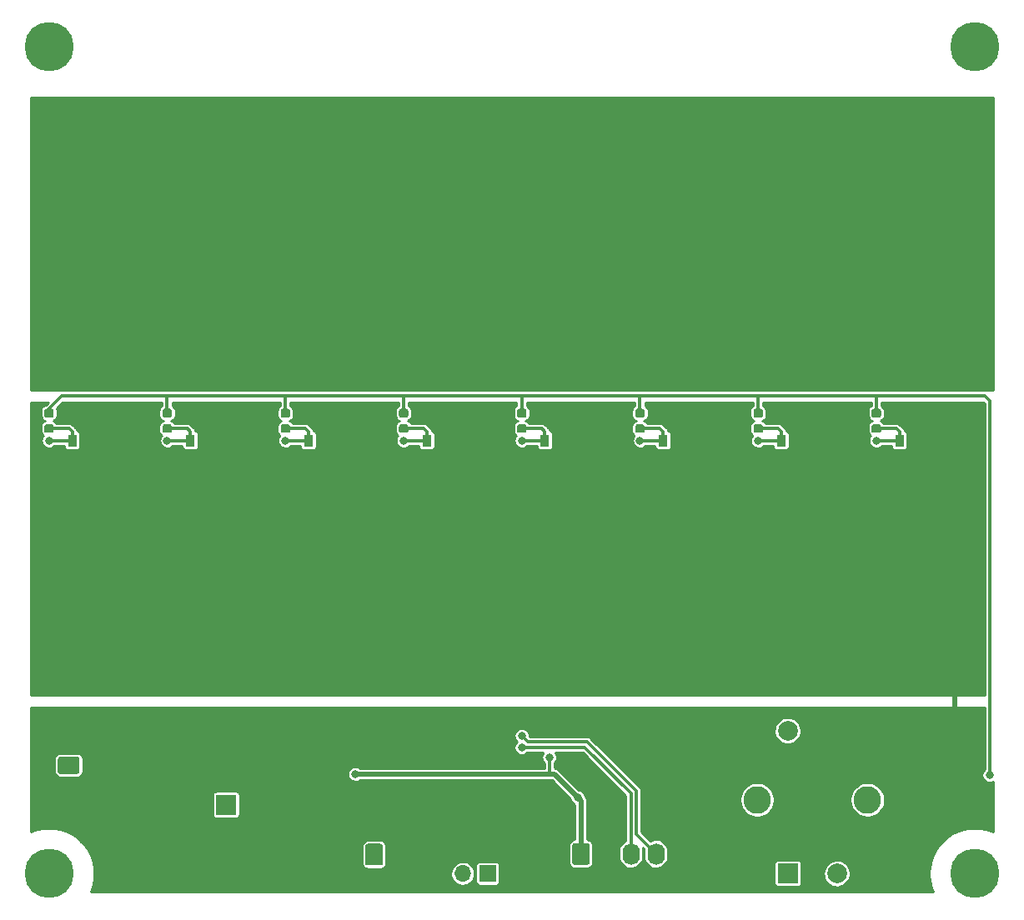
<source format=gbr>
G04 #@! TF.GenerationSoftware,KiCad,Pcbnew,5.99.0-unknown-281d77f~100~ubuntu18.04.1*
G04 #@! TF.CreationDate,2019-10-03T19:58:34+05:30*
G04 #@! TF.ProjectId,Spot_Welder,53706f74-5f57-4656-9c64-65722e6b6963,rev?*
G04 #@! TF.SameCoordinates,Original*
G04 #@! TF.FileFunction,Copper,L2,Bot*
G04 #@! TF.FilePolarity,Positive*
%FSLAX46Y46*%
G04 Gerber Fmt 4.6, Leading zero omitted, Abs format (unit mm)*
G04 Created by KiCad (PCBNEW 5.99.0-unknown-281d77f~100~ubuntu18.04.1) date 2019-10-03 19:58:34*
%MOMM*%
%LPD*%
G04 APERTURE LIST*
%ADD10C,10.000000*%
%ADD11O,1.700000X1.700000*%
%ADD12R,1.700000X1.700000*%
%ADD13R,3.300000X2.500000*%
%ADD14C,5.000000*%
%ADD15R,2.000000X2.000000*%
%ADD16C,2.000000*%
%ADD17C,2.800000*%
%ADD18C,0.100000*%
%ADD19C,0.875000*%
%ADD20O,1.740000X2.200000*%
%ADD21C,1.740000*%
%ADD22O,2.200000X1.740000*%
%ADD23R,0.900000X1.200000*%
%ADD24C,0.800000*%
%ADD25C,1.000000*%
%ADD26C,0.500000*%
%ADD27C,0.300000*%
%ADD28C,0.254000*%
G04 APERTURE END LIST*
D10*
X140000000Y-147000000D03*
X160000000Y-147000000D03*
X100000000Y-147000000D03*
X120000000Y-147000000D03*
X140000000Y-107000000D03*
X160000000Y-107000000D03*
X100000000Y-107000000D03*
X120000000Y-107000000D03*
D11*
X122460000Y-177000000D03*
X125000000Y-177000000D03*
D12*
X127540000Y-177000000D03*
D13*
X88000000Y-130400000D03*
X88000000Y-123600000D03*
X112000000Y-130400000D03*
X112000000Y-123600000D03*
X100000000Y-130400000D03*
X100000000Y-123600000D03*
X124000000Y-130400000D03*
X124000000Y-123600000D03*
D14*
X83000000Y-177000000D03*
X83000000Y-93000000D03*
X177000000Y-93000000D03*
X177000000Y-177000000D03*
D15*
X158000000Y-177000000D03*
D16*
X160500000Y-177000000D03*
X163000000Y-177000000D03*
D17*
X154900000Y-169500000D03*
X166100000Y-169500000D03*
D16*
X158000000Y-162500000D03*
X163000000Y-162500000D03*
D18*
G36*
X167339962Y-129791651D02*
G01*
X167410930Y-129839070D01*
X167458349Y-129910038D01*
X167475000Y-129993750D01*
X167475000Y-130431250D01*
X167458349Y-130514962D01*
X167410930Y-130585930D01*
X167339962Y-130633349D01*
X167256250Y-130650000D01*
X166743750Y-130650000D01*
X166660038Y-130633349D01*
X166589070Y-130585930D01*
X166541651Y-130514962D01*
X166525000Y-130431250D01*
X166525000Y-129993750D01*
X166541651Y-129910038D01*
X166589070Y-129839070D01*
X166660038Y-129791651D01*
X166743750Y-129775000D01*
X167256250Y-129775000D01*
X167339962Y-129791651D01*
X167339962Y-129791651D01*
G37*
D19*
X167000000Y-130212500D03*
D18*
G36*
X167339962Y-131366651D02*
G01*
X167410930Y-131414070D01*
X167458349Y-131485038D01*
X167475000Y-131568750D01*
X167475000Y-132006250D01*
X167458349Y-132089962D01*
X167410930Y-132160930D01*
X167339962Y-132208349D01*
X167256250Y-132225000D01*
X166743750Y-132225000D01*
X166660038Y-132208349D01*
X166589070Y-132160930D01*
X166541651Y-132089962D01*
X166525000Y-132006250D01*
X166525000Y-131568750D01*
X166541651Y-131485038D01*
X166589070Y-131414070D01*
X166660038Y-131366651D01*
X166743750Y-131350000D01*
X167256250Y-131350000D01*
X167339962Y-131366651D01*
X167339962Y-131366651D01*
G37*
D19*
X167000000Y-131787500D03*
D18*
G36*
X131339962Y-129791651D02*
G01*
X131410930Y-129839070D01*
X131458349Y-129910038D01*
X131475000Y-129993750D01*
X131475000Y-130431250D01*
X131458349Y-130514962D01*
X131410930Y-130585930D01*
X131339962Y-130633349D01*
X131256250Y-130650000D01*
X130743750Y-130650000D01*
X130660038Y-130633349D01*
X130589070Y-130585930D01*
X130541651Y-130514962D01*
X130525000Y-130431250D01*
X130525000Y-129993750D01*
X130541651Y-129910038D01*
X130589070Y-129839070D01*
X130660038Y-129791651D01*
X130743750Y-129775000D01*
X131256250Y-129775000D01*
X131339962Y-129791651D01*
X131339962Y-129791651D01*
G37*
D19*
X131000000Y-130212500D03*
D18*
G36*
X131339962Y-131366651D02*
G01*
X131410930Y-131414070D01*
X131458349Y-131485038D01*
X131475000Y-131568750D01*
X131475000Y-132006250D01*
X131458349Y-132089962D01*
X131410930Y-132160930D01*
X131339962Y-132208349D01*
X131256250Y-132225000D01*
X130743750Y-132225000D01*
X130660038Y-132208349D01*
X130589070Y-132160930D01*
X130541651Y-132089962D01*
X130525000Y-132006250D01*
X130525000Y-131568750D01*
X130541651Y-131485038D01*
X130589070Y-131414070D01*
X130660038Y-131366651D01*
X130743750Y-131350000D01*
X131256250Y-131350000D01*
X131339962Y-131366651D01*
X131339962Y-131366651D01*
G37*
D19*
X131000000Y-131787500D03*
D18*
G36*
X107339962Y-129791651D02*
G01*
X107410930Y-129839070D01*
X107458349Y-129910038D01*
X107475000Y-129993750D01*
X107475000Y-130431250D01*
X107458349Y-130514962D01*
X107410930Y-130585930D01*
X107339962Y-130633349D01*
X107256250Y-130650000D01*
X106743750Y-130650000D01*
X106660038Y-130633349D01*
X106589070Y-130585930D01*
X106541651Y-130514962D01*
X106525000Y-130431250D01*
X106525000Y-129993750D01*
X106541651Y-129910038D01*
X106589070Y-129839070D01*
X106660038Y-129791651D01*
X106743750Y-129775000D01*
X107256250Y-129775000D01*
X107339962Y-129791651D01*
X107339962Y-129791651D01*
G37*
D19*
X107000000Y-130212500D03*
D18*
G36*
X107339962Y-131366651D02*
G01*
X107410930Y-131414070D01*
X107458349Y-131485038D01*
X107475000Y-131568750D01*
X107475000Y-132006250D01*
X107458349Y-132089962D01*
X107410930Y-132160930D01*
X107339962Y-132208349D01*
X107256250Y-132225000D01*
X106743750Y-132225000D01*
X106660038Y-132208349D01*
X106589070Y-132160930D01*
X106541651Y-132089962D01*
X106525000Y-132006250D01*
X106525000Y-131568750D01*
X106541651Y-131485038D01*
X106589070Y-131414070D01*
X106660038Y-131366651D01*
X106743750Y-131350000D01*
X107256250Y-131350000D01*
X107339962Y-131366651D01*
X107339962Y-131366651D01*
G37*
D19*
X107000000Y-131787500D03*
D18*
G36*
X155339962Y-129791651D02*
G01*
X155410930Y-129839070D01*
X155458349Y-129910038D01*
X155475000Y-129993750D01*
X155475000Y-130431250D01*
X155458349Y-130514962D01*
X155410930Y-130585930D01*
X155339962Y-130633349D01*
X155256250Y-130650000D01*
X154743750Y-130650000D01*
X154660038Y-130633349D01*
X154589070Y-130585930D01*
X154541651Y-130514962D01*
X154525000Y-130431250D01*
X154525000Y-129993750D01*
X154541651Y-129910038D01*
X154589070Y-129839070D01*
X154660038Y-129791651D01*
X154743750Y-129775000D01*
X155256250Y-129775000D01*
X155339962Y-129791651D01*
X155339962Y-129791651D01*
G37*
D19*
X155000000Y-130212500D03*
D18*
G36*
X155339962Y-131366651D02*
G01*
X155410930Y-131414070D01*
X155458349Y-131485038D01*
X155475000Y-131568750D01*
X155475000Y-132006250D01*
X155458349Y-132089962D01*
X155410930Y-132160930D01*
X155339962Y-132208349D01*
X155256250Y-132225000D01*
X154743750Y-132225000D01*
X154660038Y-132208349D01*
X154589070Y-132160930D01*
X154541651Y-132089962D01*
X154525000Y-132006250D01*
X154525000Y-131568750D01*
X154541651Y-131485038D01*
X154589070Y-131414070D01*
X154660038Y-131366651D01*
X154743750Y-131350000D01*
X155256250Y-131350000D01*
X155339962Y-131366651D01*
X155339962Y-131366651D01*
G37*
D19*
X155000000Y-131787500D03*
D18*
G36*
X119339962Y-129791651D02*
G01*
X119410930Y-129839070D01*
X119458349Y-129910038D01*
X119475000Y-129993750D01*
X119475000Y-130431250D01*
X119458349Y-130514962D01*
X119410930Y-130585930D01*
X119339962Y-130633349D01*
X119256250Y-130650000D01*
X118743750Y-130650000D01*
X118660038Y-130633349D01*
X118589070Y-130585930D01*
X118541651Y-130514962D01*
X118525000Y-130431250D01*
X118525000Y-129993750D01*
X118541651Y-129910038D01*
X118589070Y-129839070D01*
X118660038Y-129791651D01*
X118743750Y-129775000D01*
X119256250Y-129775000D01*
X119339962Y-129791651D01*
X119339962Y-129791651D01*
G37*
D19*
X119000000Y-130212500D03*
D18*
G36*
X119339962Y-131366651D02*
G01*
X119410930Y-131414070D01*
X119458349Y-131485038D01*
X119475000Y-131568750D01*
X119475000Y-132006250D01*
X119458349Y-132089962D01*
X119410930Y-132160930D01*
X119339962Y-132208349D01*
X119256250Y-132225000D01*
X118743750Y-132225000D01*
X118660038Y-132208349D01*
X118589070Y-132160930D01*
X118541651Y-132089962D01*
X118525000Y-132006250D01*
X118525000Y-131568750D01*
X118541651Y-131485038D01*
X118589070Y-131414070D01*
X118660038Y-131366651D01*
X118743750Y-131350000D01*
X119256250Y-131350000D01*
X119339962Y-131366651D01*
X119339962Y-131366651D01*
G37*
D19*
X119000000Y-131787500D03*
D18*
G36*
X83339962Y-129791651D02*
G01*
X83410930Y-129839070D01*
X83458349Y-129910038D01*
X83475000Y-129993750D01*
X83475000Y-130431250D01*
X83458349Y-130514962D01*
X83410930Y-130585930D01*
X83339962Y-130633349D01*
X83256250Y-130650000D01*
X82743750Y-130650000D01*
X82660038Y-130633349D01*
X82589070Y-130585930D01*
X82541651Y-130514962D01*
X82525000Y-130431250D01*
X82525000Y-129993750D01*
X82541651Y-129910038D01*
X82589070Y-129839070D01*
X82660038Y-129791651D01*
X82743750Y-129775000D01*
X83256250Y-129775000D01*
X83339962Y-129791651D01*
X83339962Y-129791651D01*
G37*
D19*
X83000000Y-130212500D03*
D18*
G36*
X83339962Y-131366651D02*
G01*
X83410930Y-131414070D01*
X83458349Y-131485038D01*
X83475000Y-131568750D01*
X83475000Y-132006250D01*
X83458349Y-132089962D01*
X83410930Y-132160930D01*
X83339962Y-132208349D01*
X83256250Y-132225000D01*
X82743750Y-132225000D01*
X82660038Y-132208349D01*
X82589070Y-132160930D01*
X82541651Y-132089962D01*
X82525000Y-132006250D01*
X82525000Y-131568750D01*
X82541651Y-131485038D01*
X82589070Y-131414070D01*
X82660038Y-131366651D01*
X82743750Y-131350000D01*
X83256250Y-131350000D01*
X83339962Y-131366651D01*
X83339962Y-131366651D01*
G37*
D19*
X83000000Y-131787500D03*
D18*
G36*
X143339962Y-129791651D02*
G01*
X143410930Y-129839070D01*
X143458349Y-129910038D01*
X143475000Y-129993750D01*
X143475000Y-130431250D01*
X143458349Y-130514962D01*
X143410930Y-130585930D01*
X143339962Y-130633349D01*
X143256250Y-130650000D01*
X142743750Y-130650000D01*
X142660038Y-130633349D01*
X142589070Y-130585930D01*
X142541651Y-130514962D01*
X142525000Y-130431250D01*
X142525000Y-129993750D01*
X142541651Y-129910038D01*
X142589070Y-129839070D01*
X142660038Y-129791651D01*
X142743750Y-129775000D01*
X143256250Y-129775000D01*
X143339962Y-129791651D01*
X143339962Y-129791651D01*
G37*
D19*
X143000000Y-130212500D03*
D18*
G36*
X143339962Y-131366651D02*
G01*
X143410930Y-131414070D01*
X143458349Y-131485038D01*
X143475000Y-131568750D01*
X143475000Y-132006250D01*
X143458349Y-132089962D01*
X143410930Y-132160930D01*
X143339962Y-132208349D01*
X143256250Y-132225000D01*
X142743750Y-132225000D01*
X142660038Y-132208349D01*
X142589070Y-132160930D01*
X142541651Y-132089962D01*
X142525000Y-132006250D01*
X142525000Y-131568750D01*
X142541651Y-131485038D01*
X142589070Y-131414070D01*
X142660038Y-131366651D01*
X142743750Y-131350000D01*
X143256250Y-131350000D01*
X143339962Y-131366651D01*
X143339962Y-131366651D01*
G37*
D19*
X143000000Y-131787500D03*
D18*
G36*
X95339962Y-129791651D02*
G01*
X95410930Y-129839070D01*
X95458349Y-129910038D01*
X95475000Y-129993750D01*
X95475000Y-130431250D01*
X95458349Y-130514962D01*
X95410930Y-130585930D01*
X95339962Y-130633349D01*
X95256250Y-130650000D01*
X94743750Y-130650000D01*
X94660038Y-130633349D01*
X94589070Y-130585930D01*
X94541651Y-130514962D01*
X94525000Y-130431250D01*
X94525000Y-129993750D01*
X94541651Y-129910038D01*
X94589070Y-129839070D01*
X94660038Y-129791651D01*
X94743750Y-129775000D01*
X95256250Y-129775000D01*
X95339962Y-129791651D01*
X95339962Y-129791651D01*
G37*
D19*
X95000000Y-130212500D03*
D18*
G36*
X95339962Y-131366651D02*
G01*
X95410930Y-131414070D01*
X95458349Y-131485038D01*
X95475000Y-131568750D01*
X95475000Y-132006250D01*
X95458349Y-132089962D01*
X95410930Y-132160930D01*
X95339962Y-132208349D01*
X95256250Y-132225000D01*
X94743750Y-132225000D01*
X94660038Y-132208349D01*
X94589070Y-132160930D01*
X94541651Y-132089962D01*
X94525000Y-132006250D01*
X94525000Y-131568750D01*
X94541651Y-131485038D01*
X94589070Y-131414070D01*
X94660038Y-131366651D01*
X94743750Y-131350000D01*
X95256250Y-131350000D01*
X95339962Y-131366651D01*
X95339962Y-131366651D01*
G37*
D19*
X95000000Y-131787500D03*
D20*
X118540000Y-175068750D03*
D18*
G36*
X116715671Y-173987780D02*
G01*
X116796777Y-174041973D01*
X116850970Y-174123079D01*
X116870000Y-174218749D01*
X116870000Y-175918751D01*
X116850970Y-176014421D01*
X116796777Y-176095527D01*
X116715671Y-176149720D01*
X116620001Y-176168750D01*
X115379999Y-176168750D01*
X115284329Y-176149720D01*
X115203223Y-176095527D01*
X115149030Y-176014421D01*
X115130000Y-175918751D01*
X115130000Y-174218749D01*
X115149030Y-174123079D01*
X115203223Y-174041973D01*
X115284329Y-173987780D01*
X115379999Y-173968750D01*
X116620001Y-173968750D01*
X116715671Y-173987780D01*
X116715671Y-173987780D01*
G37*
D21*
X116000000Y-175068750D03*
D22*
X85000000Y-168540000D03*
D18*
G36*
X85945671Y-165149030D02*
G01*
X86026777Y-165203223D01*
X86080970Y-165284329D01*
X86100000Y-165379999D01*
X86100000Y-166620001D01*
X86080970Y-166715671D01*
X86026777Y-166796777D01*
X85945671Y-166850970D01*
X85850001Y-166870000D01*
X84149999Y-166870000D01*
X84054329Y-166850970D01*
X83973223Y-166796777D01*
X83919030Y-166715671D01*
X83900000Y-166620001D01*
X83900000Y-165379999D01*
X83919030Y-165284329D01*
X83973223Y-165203223D01*
X84054329Y-165149030D01*
X84149999Y-165130000D01*
X85850001Y-165130000D01*
X85945671Y-165149030D01*
X85945671Y-165149030D01*
G37*
D21*
X85000000Y-166000000D03*
D20*
X144620000Y-175000000D03*
X142080000Y-175000000D03*
X139540000Y-175000000D03*
D18*
G36*
X137715671Y-173919030D02*
G01*
X137796777Y-173973223D01*
X137850970Y-174054329D01*
X137870000Y-174149999D01*
X137870000Y-175850001D01*
X137850970Y-175945671D01*
X137796777Y-176026777D01*
X137715671Y-176080970D01*
X137620001Y-176100000D01*
X136379999Y-176100000D01*
X136284329Y-176080970D01*
X136203223Y-176026777D01*
X136149030Y-175945671D01*
X136130000Y-175850001D01*
X136130000Y-174149999D01*
X136149030Y-174054329D01*
X136203223Y-173973223D01*
X136284329Y-173919030D01*
X136379999Y-173900000D01*
X137620001Y-173900000D01*
X137715671Y-173919030D01*
X137715671Y-173919030D01*
G37*
D21*
X137000000Y-175000000D03*
D13*
X172000000Y-130400000D03*
X172000000Y-123600000D03*
X136000000Y-130400000D03*
X136000000Y-123600000D03*
X148000000Y-130400000D03*
X148000000Y-123600000D03*
X160000000Y-130400000D03*
X160000000Y-123600000D03*
D23*
X172650000Y-133000000D03*
X169350000Y-133000000D03*
X136650000Y-133000000D03*
X133350000Y-133000000D03*
X112650000Y-133000000D03*
X109350000Y-133000000D03*
X160650000Y-133000000D03*
X157350000Y-133000000D03*
X124650000Y-133000000D03*
X121350000Y-133000000D03*
X88650000Y-133000000D03*
X85350000Y-133000000D03*
X148650000Y-133000000D03*
X145350000Y-133000000D03*
X100650000Y-133000000D03*
X97350000Y-133000000D03*
D16*
X101000000Y-165000000D03*
D15*
X101000000Y-170000000D03*
D16*
X165000000Y-127000000D03*
X130000000Y-127000000D03*
X175000000Y-127000000D03*
X150000000Y-127000000D03*
X145000000Y-127000000D03*
X125000000Y-127000000D03*
X105000000Y-127000000D03*
X120000000Y-127000000D03*
X160000000Y-127000000D03*
X95000000Y-127000000D03*
X170000000Y-127000000D03*
X110000000Y-127000000D03*
X100000000Y-127000000D03*
X115000000Y-127000000D03*
X90000000Y-127000000D03*
X155000000Y-127000000D03*
X135000000Y-127000000D03*
X140000000Y-127000000D03*
X85000000Y-127000000D03*
X165000000Y-122000000D03*
X130000000Y-122000000D03*
X175000000Y-122000000D03*
X150000000Y-122000000D03*
X145000000Y-122000000D03*
X125000000Y-122000000D03*
X105000000Y-122000000D03*
X120000000Y-122000000D03*
X160000000Y-122000000D03*
X95000000Y-122000000D03*
X170000000Y-122000000D03*
X110000000Y-122000000D03*
X100000000Y-122000000D03*
X115000000Y-122000000D03*
X90000000Y-122000000D03*
X155000000Y-122000000D03*
X135000000Y-122000000D03*
X140000000Y-122000000D03*
X85000000Y-122000000D03*
X125000000Y-117000000D03*
X170000000Y-117000000D03*
X120000000Y-117000000D03*
X150000000Y-117000000D03*
X140000000Y-117000000D03*
X100000000Y-117000000D03*
X90000000Y-117000000D03*
X155000000Y-117000000D03*
X130000000Y-117000000D03*
X115000000Y-117000000D03*
X85000000Y-117000000D03*
X145000000Y-117000000D03*
X95000000Y-117000000D03*
X135000000Y-117000000D03*
X160000000Y-117000000D03*
X175000000Y-117000000D03*
X105000000Y-117000000D03*
X165000000Y-117000000D03*
X110000000Y-117000000D03*
X110000000Y-112000000D03*
X115000000Y-112000000D03*
X135000000Y-112000000D03*
X130000000Y-112000000D03*
X90000000Y-112000000D03*
X85000000Y-112000000D03*
X155000000Y-112000000D03*
X175000000Y-112000000D03*
X95000000Y-112000000D03*
X165000000Y-112000000D03*
X145000000Y-112000000D03*
X150000000Y-112000000D03*
X125000000Y-112000000D03*
X105000000Y-112000000D03*
X170000000Y-112000000D03*
X175000000Y-107000000D03*
X170000000Y-107000000D03*
X150000000Y-107000000D03*
X130000000Y-107000000D03*
X110000000Y-107000000D03*
X90000000Y-107000000D03*
X85000000Y-107000000D03*
X85000000Y-102000000D03*
X90000000Y-102000000D03*
X95000000Y-102000000D03*
X105000000Y-102000000D03*
X110000000Y-102000000D03*
X115000000Y-102000000D03*
X125000000Y-102000000D03*
X130000000Y-102000000D03*
X135000000Y-102000000D03*
X145000000Y-102000000D03*
X150000000Y-102000000D03*
X155000000Y-102000000D03*
X165000000Y-102000000D03*
X170000000Y-102000000D03*
X175000000Y-102000000D03*
D24*
X167000000Y-133000000D03*
X155000000Y-133000000D03*
X143000000Y-133000000D03*
X131000000Y-133000000D03*
X119000000Y-133000000D03*
X107000000Y-133000000D03*
X95000000Y-133000000D03*
X83000000Y-133000000D03*
X178500000Y-167000000D03*
X131000000Y-164200000D03*
X131000000Y-163000000D03*
X114100000Y-166900000D03*
X133800000Y-165200000D03*
X136700000Y-169300000D03*
D25*
X83000000Y-161000000D03*
X89000000Y-161000000D03*
X95000000Y-161000000D03*
X101000000Y-161000000D03*
X107000000Y-161000000D03*
X113000000Y-161000000D03*
X119000000Y-161000000D03*
X175000000Y-167000000D03*
X175000000Y-169000000D03*
X175000000Y-171000000D03*
X169000000Y-169000000D03*
X169000000Y-171000000D03*
X169000000Y-173000000D03*
X161000000Y-169000000D03*
X161000000Y-171000000D03*
X161000000Y-173000000D03*
X143000000Y-162000000D03*
X143000000Y-164000000D03*
X147000000Y-162000000D03*
X147000000Y-164000000D03*
X135000000Y-173000000D03*
X113000000Y-171000000D03*
X113000000Y-173000000D03*
X101000000Y-178000000D03*
X95000000Y-178000000D03*
X89000000Y-178000000D03*
X83000000Y-171000000D03*
X89000000Y-171000000D03*
X123000000Y-171000000D03*
X123000000Y-173000000D03*
X129000000Y-171000000D03*
X129000000Y-173000000D03*
X135000000Y-171000000D03*
X147000000Y-171000000D03*
X147000000Y-173000000D03*
X171000000Y-165000000D03*
X171000000Y-167000000D03*
X175000000Y-161000000D03*
X173000000Y-161000000D03*
X153000000Y-176000000D03*
X122800000Y-161000000D03*
X121000000Y-168000000D03*
D16*
X175000000Y-137000000D03*
X170000000Y-137000000D03*
X160000000Y-137000000D03*
X165000000Y-137000000D03*
X155000000Y-137000000D03*
X150000000Y-137000000D03*
X145000000Y-137000000D03*
X140000000Y-137000000D03*
X135000000Y-137000000D03*
X130000000Y-137000000D03*
X125000000Y-137000000D03*
X120000000Y-137000000D03*
X115000000Y-137000000D03*
X110000000Y-137000000D03*
X105000000Y-137000000D03*
X100000000Y-137000000D03*
X95000000Y-137000000D03*
X90000000Y-137000000D03*
X85000000Y-137000000D03*
X105000000Y-142000000D03*
X175000000Y-142000000D03*
X170000000Y-142000000D03*
X130000000Y-142000000D03*
X95000000Y-142000000D03*
X135000000Y-142000000D03*
X90000000Y-142000000D03*
X155000000Y-142000000D03*
X125000000Y-142000000D03*
X145000000Y-142000000D03*
X150000000Y-142000000D03*
X115000000Y-142000000D03*
X110000000Y-142000000D03*
X165000000Y-142000000D03*
X85000000Y-142000000D03*
X90000000Y-147000000D03*
X130000000Y-147000000D03*
X85000000Y-147000000D03*
X150000000Y-147000000D03*
X175000000Y-147000000D03*
X110000000Y-147000000D03*
X170000000Y-147000000D03*
X115000000Y-152000000D03*
X130000000Y-152000000D03*
X90000000Y-152000000D03*
X135000000Y-152000000D03*
X170000000Y-152000000D03*
X95000000Y-152000000D03*
X150000000Y-152000000D03*
X105000000Y-152000000D03*
X165000000Y-152000000D03*
X125000000Y-152000000D03*
X155000000Y-152000000D03*
X175000000Y-152000000D03*
X110000000Y-152000000D03*
X85000000Y-152000000D03*
X145000000Y-152000000D03*
X100000000Y-142000000D03*
X145000000Y-147000000D03*
X120000000Y-152000000D03*
X115000000Y-107000000D03*
X160000000Y-142000000D03*
X165000000Y-107000000D03*
X160000000Y-102000000D03*
X140000000Y-142000000D03*
X140000000Y-102000000D03*
X125000000Y-107000000D03*
X135000000Y-107000000D03*
X120000000Y-142000000D03*
X120000000Y-102000000D03*
X140000000Y-112000000D03*
X155000000Y-107000000D03*
X105000000Y-107000000D03*
X100000000Y-102000000D03*
X155000000Y-147000000D03*
X120000000Y-112000000D03*
X160000000Y-112000000D03*
X125000000Y-147000000D03*
X165000000Y-147000000D03*
X160000000Y-152000000D03*
X105000000Y-147000000D03*
X145000000Y-107000000D03*
X95000000Y-147000000D03*
X100000000Y-112000000D03*
X140000000Y-152000000D03*
X135000000Y-147000000D03*
X100000000Y-152000000D03*
X95000000Y-107000000D03*
X115000000Y-147000000D03*
X105000000Y-157000000D03*
X100000000Y-157000000D03*
X170000000Y-157000000D03*
X95000000Y-157000000D03*
X140000000Y-157000000D03*
X125000000Y-157000000D03*
X155000000Y-157000000D03*
X115000000Y-157000000D03*
X160000000Y-157000000D03*
X165000000Y-157000000D03*
X85000000Y-157000000D03*
X145000000Y-157000000D03*
X90000000Y-157000000D03*
X175000000Y-157000000D03*
X110000000Y-157000000D03*
X150000000Y-157000000D03*
X130000000Y-157000000D03*
X135000000Y-157000000D03*
X120000000Y-157000000D03*
D26*
X175000000Y-157000000D02*
X175000000Y-161000000D01*
D27*
X178500000Y-164000000D02*
X178500000Y-167000000D01*
X143000000Y-133000000D02*
X145350000Y-133000000D01*
X145037500Y-131787500D02*
X145350000Y-132100000D01*
X143000000Y-131787500D02*
X145037500Y-131787500D01*
X145350000Y-132100000D02*
X145350000Y-133000000D01*
X131000000Y-133000000D02*
X133350000Y-133000000D01*
X133037500Y-131787500D02*
X133350000Y-132100000D01*
X131000000Y-131787500D02*
X133037500Y-131787500D01*
X133350000Y-132100000D02*
X133350000Y-133000000D01*
X119000000Y-133000000D02*
X121350000Y-133000000D01*
X121037500Y-131787500D02*
X121350000Y-132100000D01*
X119000000Y-131787500D02*
X121037500Y-131787500D01*
X121350000Y-132100000D02*
X121350000Y-133000000D01*
X107000000Y-133000000D02*
X109350000Y-133000000D01*
X109037500Y-131787500D02*
X109350000Y-132100000D01*
X107000000Y-131787500D02*
X109037500Y-131787500D01*
X109350000Y-132100000D02*
X109350000Y-133000000D01*
X95000000Y-133000000D02*
X97350000Y-133000000D01*
X97037500Y-131787500D02*
X97350000Y-132100000D01*
X95000000Y-131787500D02*
X97037500Y-131787500D01*
X97350000Y-132100000D02*
X97350000Y-133000000D01*
X83000000Y-133000000D02*
X85350000Y-133000000D01*
X85037500Y-131787500D02*
X85350000Y-132100000D01*
X83000000Y-131787500D02*
X85037500Y-131787500D01*
X85350000Y-132100000D02*
X85350000Y-133000000D01*
X155000000Y-133000000D02*
X157350000Y-133000000D01*
X157037500Y-131787500D02*
X157350000Y-132100000D01*
X155000000Y-131787500D02*
X157037500Y-131787500D01*
X157350000Y-132100000D02*
X157350000Y-133000000D01*
X178500000Y-164000000D02*
X178500000Y-129000000D01*
X178500000Y-129000000D02*
X178000000Y-128500000D01*
X178000000Y-128500000D02*
X167000000Y-128500000D01*
X167000000Y-130212500D02*
X167000000Y-128500000D01*
X84275000Y-128500000D02*
X83000000Y-129775000D01*
X95000000Y-130212500D02*
X95000000Y-128500000D01*
X95000000Y-128500000D02*
X84275000Y-128500000D01*
X107000000Y-130212500D02*
X107000000Y-128500000D01*
X107000000Y-128500000D02*
X95000000Y-128500000D01*
X119000000Y-130212500D02*
X119000000Y-128500000D01*
X119000000Y-128500000D02*
X107000000Y-128500000D01*
X131000000Y-130212500D02*
X131000000Y-128500000D01*
X131000000Y-128500000D02*
X119000000Y-128500000D01*
X143000000Y-129775000D02*
X143000000Y-128500000D01*
X143000000Y-128500000D02*
X131000000Y-128500000D01*
X155000000Y-130212500D02*
X155000000Y-128500000D01*
X167000000Y-128500000D02*
X155000000Y-128500000D01*
X155000000Y-128500000D02*
X143000000Y-128500000D01*
X169350000Y-132100000D02*
X169350000Y-133000000D01*
X169037500Y-131787500D02*
X169350000Y-132100000D01*
X167000000Y-131787500D02*
X169037500Y-131787500D01*
X167000000Y-133000000D02*
X169350000Y-133000000D01*
X83000000Y-129775000D02*
X83000000Y-130212500D01*
X143000000Y-130212500D02*
X143000000Y-129775000D01*
X131000000Y-164200000D02*
X137400000Y-164200000D01*
X142080000Y-168880000D02*
X142080000Y-175000000D01*
X137400000Y-164200000D02*
X142080000Y-168880000D01*
X142600000Y-168600000D02*
X137600000Y-163600000D01*
X144620000Y-175000000D02*
X142600000Y-172980000D01*
X131600000Y-163600000D02*
X131000000Y-163000000D01*
X137600000Y-163600000D02*
X131600000Y-163600000D01*
X142600000Y-172980000D02*
X142600000Y-168600000D01*
D26*
X137000000Y-169600000D02*
X137000000Y-175000000D01*
D27*
X133800000Y-166800000D02*
X133800000Y-165200000D01*
X133700000Y-166900000D02*
X133800000Y-166800000D01*
D26*
X114100000Y-166900000D02*
X133700000Y-166900000D01*
X133700000Y-166900000D02*
X134300000Y-166900000D01*
X134300000Y-166900000D02*
X136700000Y-169300000D01*
X136700000Y-169300000D02*
X137000000Y-169600000D01*
D28*
G36*
X177974000Y-163960607D02*
G01*
X177974001Y-166426558D01*
X177854817Y-166553254D01*
X177751977Y-166762713D01*
X177715273Y-166993152D01*
X177747949Y-167224196D01*
X177847118Y-167435418D01*
X178004010Y-167608143D01*
X178204755Y-167727100D01*
X178431604Y-167781771D01*
X178664500Y-167767322D01*
X178874000Y-167688367D01*
X178874000Y-172765305D01*
X178868853Y-172762744D01*
X178469465Y-172608231D01*
X178057512Y-172491273D01*
X177636518Y-172412865D01*
X177210080Y-172373682D01*
X176781846Y-172374055D01*
X176355477Y-172413984D01*
X175934620Y-172493125D01*
X175522872Y-172610803D01*
X175123755Y-172766012D01*
X174740680Y-172957423D01*
X174376924Y-173183401D01*
X174035597Y-173442013D01*
X173719618Y-173731048D01*
X173431687Y-174048035D01*
X173174268Y-174390263D01*
X172949561Y-174754805D01*
X172759488Y-175138545D01*
X172605674Y-175538203D01*
X172489434Y-175950358D01*
X172411762Y-176371490D01*
X172373322Y-176797995D01*
X172374443Y-177226228D01*
X172415115Y-177652526D01*
X172494991Y-178073244D01*
X172613388Y-178484786D01*
X172765527Y-178874000D01*
X87233551Y-178874000D01*
X87246984Y-178846641D01*
X87399403Y-178446450D01*
X87514202Y-178033890D01*
X87590885Y-177609832D01*
X87620137Y-176939838D01*
X123769895Y-176939838D01*
X123780712Y-177173530D01*
X123835523Y-177400962D01*
X123932351Y-177613925D01*
X124067704Y-177804737D01*
X124236695Y-177966511D01*
X124433229Y-178093412D01*
X124653102Y-178182023D01*
X124956408Y-178226000D01*
X125058434Y-178226000D01*
X125232885Y-178209356D01*
X125457368Y-178143501D01*
X125665346Y-178036384D01*
X125849319Y-177891872D01*
X126002644Y-177715180D01*
X126119793Y-177512682D01*
X126196536Y-177291684D01*
X126230105Y-177060162D01*
X126219288Y-176826470D01*
X126164477Y-176599038D01*
X126067649Y-176386075D01*
X125932296Y-176195263D01*
X125872051Y-176137590D01*
X126309102Y-176137590D01*
X126309102Y-177862410D01*
X126335816Y-177996708D01*
X126418919Y-178121081D01*
X126543292Y-178204184D01*
X126677590Y-178230898D01*
X128402410Y-178230898D01*
X128536708Y-178204184D01*
X128661081Y-178121081D01*
X128744184Y-177996708D01*
X128770898Y-177862410D01*
X128770898Y-176137590D01*
X128744184Y-176003292D01*
X128661081Y-175878919D01*
X128536708Y-175795816D01*
X128402410Y-175769102D01*
X126677590Y-175769102D01*
X126543292Y-175795816D01*
X126418919Y-175878919D01*
X126335816Y-176003292D01*
X126309102Y-176137590D01*
X125872051Y-176137590D01*
X125763305Y-176033489D01*
X125566771Y-175906588D01*
X125346898Y-175817977D01*
X125043592Y-175774000D01*
X124941566Y-175774000D01*
X124767115Y-175790644D01*
X124542632Y-175856499D01*
X124334654Y-175963616D01*
X124150681Y-176108128D01*
X123997356Y-176284820D01*
X123880207Y-176487318D01*
X123803464Y-176708316D01*
X123769895Y-176939838D01*
X87620137Y-176939838D01*
X87626565Y-176792612D01*
X87587135Y-176363482D01*
X87508727Y-175942488D01*
X87391769Y-175530535D01*
X87237256Y-175131147D01*
X87046514Y-174747739D01*
X86821172Y-174383589D01*
X86691319Y-174211581D01*
X114750143Y-174211581D01*
X114750143Y-175931483D01*
X114829687Y-176228344D01*
X114975263Y-176401836D01*
X115166448Y-176512216D01*
X115372831Y-176548607D01*
X116632733Y-176548607D01*
X116929594Y-176469063D01*
X117103086Y-176323487D01*
X117213466Y-176132302D01*
X117249857Y-175925919D01*
X117249857Y-174206017D01*
X117170313Y-173909156D01*
X117024737Y-173735664D01*
X116833552Y-173625284D01*
X116627169Y-173588893D01*
X115367267Y-173588893D01*
X115070406Y-173668437D01*
X114896914Y-173814013D01*
X114786534Y-174005198D01*
X114750143Y-174211581D01*
X86691319Y-174211581D01*
X86563155Y-174041811D01*
X86274672Y-173725328D01*
X85958189Y-173436845D01*
X85616411Y-173178828D01*
X85252261Y-172953486D01*
X84868853Y-172762744D01*
X84469465Y-172608231D01*
X84057512Y-172491273D01*
X83636518Y-172412865D01*
X83210080Y-172373682D01*
X82781846Y-172374055D01*
X82355477Y-172413984D01*
X81934620Y-172493125D01*
X81522872Y-172610803D01*
X81126000Y-172765139D01*
X81126000Y-168987590D01*
X99619102Y-168987590D01*
X99619102Y-171012410D01*
X99645816Y-171146708D01*
X99728919Y-171271081D01*
X99853292Y-171354184D01*
X99987590Y-171380898D01*
X102012410Y-171380898D01*
X102146708Y-171354184D01*
X102271081Y-171271081D01*
X102354184Y-171146708D01*
X102380898Y-171012410D01*
X102380898Y-168987590D01*
X102354184Y-168853292D01*
X102271081Y-168728919D01*
X102146708Y-168645816D01*
X102012410Y-168619102D01*
X99987590Y-168619102D01*
X99853292Y-168645816D01*
X99728919Y-168728919D01*
X99645816Y-168853292D01*
X99619102Y-168987590D01*
X81126000Y-168987590D01*
X81126000Y-165372831D01*
X83520143Y-165372831D01*
X83520143Y-166632733D01*
X83599687Y-166929594D01*
X83745263Y-167103086D01*
X83936448Y-167213466D01*
X84142831Y-167249857D01*
X85862733Y-167249857D01*
X86159594Y-167170313D01*
X86333086Y-167024737D01*
X86409056Y-166893152D01*
X113315273Y-166893152D01*
X113347949Y-167124196D01*
X113447118Y-167335418D01*
X113604010Y-167508143D01*
X113804755Y-167627100D01*
X114031604Y-167681771D01*
X114264500Y-167667322D01*
X114482851Y-167585031D01*
X114559091Y-167526000D01*
X134040704Y-167526000D01*
X135932968Y-169418264D01*
X135947949Y-169524196D01*
X136047118Y-169735418D01*
X136204010Y-169908143D01*
X136374000Y-170008875D01*
X136374001Y-173520143D01*
X136367267Y-173520143D01*
X136070406Y-173599687D01*
X135896914Y-173745263D01*
X135786534Y-173936448D01*
X135750143Y-174142831D01*
X135750143Y-175862733D01*
X135829687Y-176159594D01*
X135975263Y-176333086D01*
X136166448Y-176443466D01*
X136372831Y-176479857D01*
X137632733Y-176479857D01*
X137929594Y-176400313D01*
X138103086Y-176254737D01*
X138213466Y-176063552D01*
X138249857Y-175857169D01*
X138249857Y-174137267D01*
X138170313Y-173840406D01*
X138024737Y-173666914D01*
X137833552Y-173556534D01*
X137627169Y-173520143D01*
X137626000Y-173520143D01*
X137626000Y-169627317D01*
X137633238Y-169544598D01*
X137611744Y-169464383D01*
X137597322Y-169382592D01*
X137583338Y-169358372D01*
X137576101Y-169331360D01*
X137528468Y-169263333D01*
X137486941Y-169191407D01*
X137475451Y-169181765D01*
X137407719Y-168960917D01*
X137276729Y-168767810D01*
X137094749Y-168621755D01*
X136877866Y-168535666D01*
X136816042Y-168530746D01*
X134761984Y-166476688D01*
X134708593Y-166413058D01*
X134636660Y-166371528D01*
X134568640Y-166323900D01*
X134541628Y-166316662D01*
X134517407Y-166302678D01*
X134435620Y-166288256D01*
X134355401Y-166266762D01*
X134326000Y-166269334D01*
X134326000Y-165774194D01*
X134367354Y-165742174D01*
X134501694Y-165551382D01*
X134574151Y-165329042D01*
X134576286Y-165084490D01*
X134507719Y-164860917D01*
X134416201Y-164726000D01*
X137182126Y-164726000D01*
X141554000Y-169097876D01*
X141554001Y-173640403D01*
X141456059Y-173684935D01*
X141262135Y-173822494D01*
X141097722Y-173994243D01*
X140968751Y-174193985D01*
X140878714Y-174417398D01*
X140834000Y-174725782D01*
X140834000Y-175289389D01*
X140850915Y-175466684D01*
X140917846Y-175694829D01*
X141026710Y-175906201D01*
X141173580Y-176093174D01*
X141353155Y-176249000D01*
X141558956Y-176368060D01*
X141783559Y-176446055D01*
X142018857Y-176480172D01*
X142256361Y-176469179D01*
X142487503Y-176413473D01*
X142703941Y-176315065D01*
X142897865Y-176177506D01*
X143062278Y-176005757D01*
X143191249Y-175806015D01*
X143281286Y-175582602D01*
X143326000Y-175274218D01*
X143326000Y-174710611D01*
X143309085Y-174533316D01*
X143267420Y-174391295D01*
X143402860Y-174526735D01*
X143374000Y-174725782D01*
X143374000Y-175289389D01*
X143390915Y-175466684D01*
X143457846Y-175694829D01*
X143566710Y-175906201D01*
X143713580Y-176093174D01*
X143893155Y-176249000D01*
X144098956Y-176368060D01*
X144323559Y-176446055D01*
X144558857Y-176480172D01*
X144796361Y-176469179D01*
X145027503Y-176413473D01*
X145243941Y-176315065D01*
X145437865Y-176177506D01*
X145602278Y-176005757D01*
X145614008Y-175987590D01*
X156619102Y-175987590D01*
X156619102Y-178012410D01*
X156645816Y-178146708D01*
X156728919Y-178271081D01*
X156853292Y-178354184D01*
X156987590Y-178380898D01*
X159012410Y-178380898D01*
X159146708Y-178354184D01*
X159271081Y-178271081D01*
X159354184Y-178146708D01*
X159380898Y-178012410D01*
X159380898Y-176963836D01*
X161618921Y-176963836D01*
X161634344Y-177208975D01*
X161692933Y-177447509D01*
X161792837Y-177671898D01*
X161930899Y-177875049D01*
X162102753Y-178050541D01*
X162302969Y-178192826D01*
X162525216Y-178297408D01*
X162762471Y-178360980D01*
X163007233Y-178381534D01*
X163251768Y-178358419D01*
X163488344Y-178292365D01*
X163709484Y-178185462D01*
X163908198Y-178041087D01*
X164078206Y-177863806D01*
X164214132Y-177659220D01*
X164311681Y-177433797D01*
X164368150Y-177193042D01*
X164376378Y-176878826D01*
X164332587Y-176635446D01*
X164246969Y-176405226D01*
X164121936Y-176193807D01*
X163961441Y-176007870D01*
X163770554Y-175853294D01*
X163555312Y-175734964D01*
X163322517Y-175656619D01*
X163079528Y-175620738D01*
X162834025Y-175628453D01*
X162593768Y-175679521D01*
X162366351Y-175772328D01*
X162158964Y-175903940D01*
X161978161Y-176070197D01*
X161829656Y-176265845D01*
X161718145Y-176484698D01*
X161647151Y-176719838D01*
X161618921Y-176963836D01*
X159380898Y-176963836D01*
X159380898Y-175987590D01*
X159354184Y-175853292D01*
X159271081Y-175728919D01*
X159146708Y-175645816D01*
X159012410Y-175619102D01*
X156987590Y-175619102D01*
X156853292Y-175645816D01*
X156728919Y-175728919D01*
X156645816Y-175853292D01*
X156619102Y-175987590D01*
X145614008Y-175987590D01*
X145731249Y-175806015D01*
X145821286Y-175582602D01*
X145866000Y-175274218D01*
X145866000Y-174710611D01*
X145849085Y-174533316D01*
X145782154Y-174305171D01*
X145673291Y-174093799D01*
X145526421Y-173906826D01*
X145346846Y-173751000D01*
X145141044Y-173631940D01*
X144916441Y-173553945D01*
X144681143Y-173519828D01*
X144443639Y-173530821D01*
X144212497Y-173586527D01*
X144032322Y-173668447D01*
X143126000Y-172762126D01*
X143126000Y-169360225D01*
X153124000Y-169360225D01*
X153124000Y-169639775D01*
X153167732Y-169915881D01*
X153254116Y-170181747D01*
X153381029Y-170430826D01*
X153545344Y-170656986D01*
X153743014Y-170854656D01*
X153969174Y-171018971D01*
X154218253Y-171145884D01*
X154484119Y-171232268D01*
X154760225Y-171276000D01*
X155039775Y-171276000D01*
X155315881Y-171232268D01*
X155581747Y-171145884D01*
X155830826Y-171018971D01*
X156056986Y-170854656D01*
X156254656Y-170656986D01*
X156418971Y-170430826D01*
X156545884Y-170181747D01*
X156632268Y-169915881D01*
X156676000Y-169639775D01*
X156676000Y-169360225D01*
X164324000Y-169360225D01*
X164324000Y-169639775D01*
X164367732Y-169915881D01*
X164454116Y-170181747D01*
X164581029Y-170430826D01*
X164745344Y-170656986D01*
X164943014Y-170854656D01*
X165169174Y-171018971D01*
X165418253Y-171145884D01*
X165684119Y-171232268D01*
X165960225Y-171276000D01*
X166239775Y-171276000D01*
X166515881Y-171232268D01*
X166781747Y-171145884D01*
X167030826Y-171018971D01*
X167256986Y-170854656D01*
X167454656Y-170656986D01*
X167618971Y-170430826D01*
X167745884Y-170181747D01*
X167832268Y-169915881D01*
X167876000Y-169639775D01*
X167876000Y-169360225D01*
X167832268Y-169084119D01*
X167745884Y-168818253D01*
X167618971Y-168569174D01*
X167454656Y-168343014D01*
X167256986Y-168145344D01*
X167030826Y-167981029D01*
X166781747Y-167854116D01*
X166515881Y-167767732D01*
X166239775Y-167724000D01*
X165960225Y-167724000D01*
X165684119Y-167767732D01*
X165418253Y-167854116D01*
X165169174Y-167981029D01*
X164943014Y-168145344D01*
X164745344Y-168343014D01*
X164581029Y-168569174D01*
X164454116Y-168818253D01*
X164367732Y-169084119D01*
X164324000Y-169360225D01*
X156676000Y-169360225D01*
X156632268Y-169084119D01*
X156545884Y-168818253D01*
X156418971Y-168569174D01*
X156254656Y-168343014D01*
X156056986Y-168145344D01*
X155830826Y-167981029D01*
X155581747Y-167854116D01*
X155315881Y-167767732D01*
X155039775Y-167724000D01*
X154760225Y-167724000D01*
X154484119Y-167767732D01*
X154218253Y-167854116D01*
X153969174Y-167981029D01*
X153743014Y-168145344D01*
X153545344Y-168343014D01*
X153381029Y-168569174D01*
X153254116Y-168818253D01*
X153167732Y-169084119D01*
X153124000Y-169360225D01*
X143126000Y-169360225D01*
X143126000Y-168651805D01*
X143136305Y-168600000D01*
X143095481Y-168394766D01*
X143068975Y-168355096D01*
X142979225Y-168220775D01*
X142935303Y-168191428D01*
X138008574Y-163264700D01*
X137979225Y-163220775D01*
X137805235Y-163104520D01*
X137663976Y-163076421D01*
X137600000Y-163063695D01*
X137548195Y-163074000D01*
X131817876Y-163074000D01*
X131775006Y-163031130D01*
X131776286Y-162884490D01*
X131707719Y-162660917D01*
X131576729Y-162467810D01*
X131571778Y-162463836D01*
X156618921Y-162463836D01*
X156634344Y-162708975D01*
X156692933Y-162947509D01*
X156792837Y-163171898D01*
X156930899Y-163375049D01*
X157102753Y-163550541D01*
X157302969Y-163692826D01*
X157525216Y-163797408D01*
X157762471Y-163860980D01*
X158007233Y-163881534D01*
X158251768Y-163858419D01*
X158488344Y-163792365D01*
X158709484Y-163685462D01*
X158908198Y-163541087D01*
X159078206Y-163363806D01*
X159214132Y-163159220D01*
X159311681Y-162933797D01*
X159368150Y-162693042D01*
X159376378Y-162378826D01*
X159332587Y-162135446D01*
X159246969Y-161905226D01*
X159121936Y-161693807D01*
X158961441Y-161507870D01*
X158770554Y-161353294D01*
X158555312Y-161234964D01*
X158322517Y-161156619D01*
X158079528Y-161120738D01*
X157834025Y-161128453D01*
X157593768Y-161179521D01*
X157366351Y-161272328D01*
X157158964Y-161403940D01*
X156978161Y-161570197D01*
X156829656Y-161765845D01*
X156718145Y-161984698D01*
X156647151Y-162219838D01*
X156618921Y-162463836D01*
X131571778Y-162463836D01*
X131394749Y-162321755D01*
X131177866Y-162235666D01*
X130945258Y-162217154D01*
X130717489Y-162267858D01*
X130514700Y-162383293D01*
X130354817Y-162553254D01*
X130251977Y-162762713D01*
X130215273Y-162993152D01*
X130247949Y-163224196D01*
X130347118Y-163435418D01*
X130497778Y-163601282D01*
X130354817Y-163753254D01*
X130251977Y-163962713D01*
X130215273Y-164193152D01*
X130247949Y-164424196D01*
X130347118Y-164635418D01*
X130504010Y-164808143D01*
X130704755Y-164927100D01*
X130931604Y-164981771D01*
X131164500Y-164967322D01*
X131382851Y-164885031D01*
X131567354Y-164742174D01*
X131578742Y-164726000D01*
X133180455Y-164726000D01*
X133154817Y-164753254D01*
X133051977Y-164962713D01*
X133015273Y-165193152D01*
X133047949Y-165424196D01*
X133147118Y-165635418D01*
X133274001Y-165775105D01*
X133274000Y-166274000D01*
X114559845Y-166274000D01*
X114494749Y-166221755D01*
X114277866Y-166135666D01*
X114045258Y-166117154D01*
X113817489Y-166167858D01*
X113614700Y-166283293D01*
X113454817Y-166453254D01*
X113351977Y-166662713D01*
X113315273Y-166893152D01*
X86409056Y-166893152D01*
X86443466Y-166833552D01*
X86479857Y-166627169D01*
X86479857Y-165367267D01*
X86400313Y-165070406D01*
X86254737Y-164896914D01*
X86063552Y-164786534D01*
X85857169Y-164750143D01*
X84137267Y-164750143D01*
X83840406Y-164829687D01*
X83666914Y-164975263D01*
X83556534Y-165166448D01*
X83520143Y-165372831D01*
X81126000Y-165372831D01*
X81126000Y-160126000D01*
X177974000Y-160126000D01*
X177974000Y-163960607D01*
X177974000Y-163960607D01*
G37*
X177974000Y-163960607D02*
X177974001Y-166426558D01*
X177854817Y-166553254D01*
X177751977Y-166762713D01*
X177715273Y-166993152D01*
X177747949Y-167224196D01*
X177847118Y-167435418D01*
X178004010Y-167608143D01*
X178204755Y-167727100D01*
X178431604Y-167781771D01*
X178664500Y-167767322D01*
X178874000Y-167688367D01*
X178874000Y-172765305D01*
X178868853Y-172762744D01*
X178469465Y-172608231D01*
X178057512Y-172491273D01*
X177636518Y-172412865D01*
X177210080Y-172373682D01*
X176781846Y-172374055D01*
X176355477Y-172413984D01*
X175934620Y-172493125D01*
X175522872Y-172610803D01*
X175123755Y-172766012D01*
X174740680Y-172957423D01*
X174376924Y-173183401D01*
X174035597Y-173442013D01*
X173719618Y-173731048D01*
X173431687Y-174048035D01*
X173174268Y-174390263D01*
X172949561Y-174754805D01*
X172759488Y-175138545D01*
X172605674Y-175538203D01*
X172489434Y-175950358D01*
X172411762Y-176371490D01*
X172373322Y-176797995D01*
X172374443Y-177226228D01*
X172415115Y-177652526D01*
X172494991Y-178073244D01*
X172613388Y-178484786D01*
X172765527Y-178874000D01*
X87233551Y-178874000D01*
X87246984Y-178846641D01*
X87399403Y-178446450D01*
X87514202Y-178033890D01*
X87590885Y-177609832D01*
X87620137Y-176939838D01*
X123769895Y-176939838D01*
X123780712Y-177173530D01*
X123835523Y-177400962D01*
X123932351Y-177613925D01*
X124067704Y-177804737D01*
X124236695Y-177966511D01*
X124433229Y-178093412D01*
X124653102Y-178182023D01*
X124956408Y-178226000D01*
X125058434Y-178226000D01*
X125232885Y-178209356D01*
X125457368Y-178143501D01*
X125665346Y-178036384D01*
X125849319Y-177891872D01*
X126002644Y-177715180D01*
X126119793Y-177512682D01*
X126196536Y-177291684D01*
X126230105Y-177060162D01*
X126219288Y-176826470D01*
X126164477Y-176599038D01*
X126067649Y-176386075D01*
X125932296Y-176195263D01*
X125872051Y-176137590D01*
X126309102Y-176137590D01*
X126309102Y-177862410D01*
X126335816Y-177996708D01*
X126418919Y-178121081D01*
X126543292Y-178204184D01*
X126677590Y-178230898D01*
X128402410Y-178230898D01*
X128536708Y-178204184D01*
X128661081Y-178121081D01*
X128744184Y-177996708D01*
X128770898Y-177862410D01*
X128770898Y-176137590D01*
X128744184Y-176003292D01*
X128661081Y-175878919D01*
X128536708Y-175795816D01*
X128402410Y-175769102D01*
X126677590Y-175769102D01*
X126543292Y-175795816D01*
X126418919Y-175878919D01*
X126335816Y-176003292D01*
X126309102Y-176137590D01*
X125872051Y-176137590D01*
X125763305Y-176033489D01*
X125566771Y-175906588D01*
X125346898Y-175817977D01*
X125043592Y-175774000D01*
X124941566Y-175774000D01*
X124767115Y-175790644D01*
X124542632Y-175856499D01*
X124334654Y-175963616D01*
X124150681Y-176108128D01*
X123997356Y-176284820D01*
X123880207Y-176487318D01*
X123803464Y-176708316D01*
X123769895Y-176939838D01*
X87620137Y-176939838D01*
X87626565Y-176792612D01*
X87587135Y-176363482D01*
X87508727Y-175942488D01*
X87391769Y-175530535D01*
X87237256Y-175131147D01*
X87046514Y-174747739D01*
X86821172Y-174383589D01*
X86691319Y-174211581D01*
X114750143Y-174211581D01*
X114750143Y-175931483D01*
X114829687Y-176228344D01*
X114975263Y-176401836D01*
X115166448Y-176512216D01*
X115372831Y-176548607D01*
X116632733Y-176548607D01*
X116929594Y-176469063D01*
X117103086Y-176323487D01*
X117213466Y-176132302D01*
X117249857Y-175925919D01*
X117249857Y-174206017D01*
X117170313Y-173909156D01*
X117024737Y-173735664D01*
X116833552Y-173625284D01*
X116627169Y-173588893D01*
X115367267Y-173588893D01*
X115070406Y-173668437D01*
X114896914Y-173814013D01*
X114786534Y-174005198D01*
X114750143Y-174211581D01*
X86691319Y-174211581D01*
X86563155Y-174041811D01*
X86274672Y-173725328D01*
X85958189Y-173436845D01*
X85616411Y-173178828D01*
X85252261Y-172953486D01*
X84868853Y-172762744D01*
X84469465Y-172608231D01*
X84057512Y-172491273D01*
X83636518Y-172412865D01*
X83210080Y-172373682D01*
X82781846Y-172374055D01*
X82355477Y-172413984D01*
X81934620Y-172493125D01*
X81522872Y-172610803D01*
X81126000Y-172765139D01*
X81126000Y-168987590D01*
X99619102Y-168987590D01*
X99619102Y-171012410D01*
X99645816Y-171146708D01*
X99728919Y-171271081D01*
X99853292Y-171354184D01*
X99987590Y-171380898D01*
X102012410Y-171380898D01*
X102146708Y-171354184D01*
X102271081Y-171271081D01*
X102354184Y-171146708D01*
X102380898Y-171012410D01*
X102380898Y-168987590D01*
X102354184Y-168853292D01*
X102271081Y-168728919D01*
X102146708Y-168645816D01*
X102012410Y-168619102D01*
X99987590Y-168619102D01*
X99853292Y-168645816D01*
X99728919Y-168728919D01*
X99645816Y-168853292D01*
X99619102Y-168987590D01*
X81126000Y-168987590D01*
X81126000Y-165372831D01*
X83520143Y-165372831D01*
X83520143Y-166632733D01*
X83599687Y-166929594D01*
X83745263Y-167103086D01*
X83936448Y-167213466D01*
X84142831Y-167249857D01*
X85862733Y-167249857D01*
X86159594Y-167170313D01*
X86333086Y-167024737D01*
X86409056Y-166893152D01*
X113315273Y-166893152D01*
X113347949Y-167124196D01*
X113447118Y-167335418D01*
X113604010Y-167508143D01*
X113804755Y-167627100D01*
X114031604Y-167681771D01*
X114264500Y-167667322D01*
X114482851Y-167585031D01*
X114559091Y-167526000D01*
X134040704Y-167526000D01*
X135932968Y-169418264D01*
X135947949Y-169524196D01*
X136047118Y-169735418D01*
X136204010Y-169908143D01*
X136374000Y-170008875D01*
X136374001Y-173520143D01*
X136367267Y-173520143D01*
X136070406Y-173599687D01*
X135896914Y-173745263D01*
X135786534Y-173936448D01*
X135750143Y-174142831D01*
X135750143Y-175862733D01*
X135829687Y-176159594D01*
X135975263Y-176333086D01*
X136166448Y-176443466D01*
X136372831Y-176479857D01*
X137632733Y-176479857D01*
X137929594Y-176400313D01*
X138103086Y-176254737D01*
X138213466Y-176063552D01*
X138249857Y-175857169D01*
X138249857Y-174137267D01*
X138170313Y-173840406D01*
X138024737Y-173666914D01*
X137833552Y-173556534D01*
X137627169Y-173520143D01*
X137626000Y-173520143D01*
X137626000Y-169627317D01*
X137633238Y-169544598D01*
X137611744Y-169464383D01*
X137597322Y-169382592D01*
X137583338Y-169358372D01*
X137576101Y-169331360D01*
X137528468Y-169263333D01*
X137486941Y-169191407D01*
X137475451Y-169181765D01*
X137407719Y-168960917D01*
X137276729Y-168767810D01*
X137094749Y-168621755D01*
X136877866Y-168535666D01*
X136816042Y-168530746D01*
X134761984Y-166476688D01*
X134708593Y-166413058D01*
X134636660Y-166371528D01*
X134568640Y-166323900D01*
X134541628Y-166316662D01*
X134517407Y-166302678D01*
X134435620Y-166288256D01*
X134355401Y-166266762D01*
X134326000Y-166269334D01*
X134326000Y-165774194D01*
X134367354Y-165742174D01*
X134501694Y-165551382D01*
X134574151Y-165329042D01*
X134576286Y-165084490D01*
X134507719Y-164860917D01*
X134416201Y-164726000D01*
X137182126Y-164726000D01*
X141554000Y-169097876D01*
X141554001Y-173640403D01*
X141456059Y-173684935D01*
X141262135Y-173822494D01*
X141097722Y-173994243D01*
X140968751Y-174193985D01*
X140878714Y-174417398D01*
X140834000Y-174725782D01*
X140834000Y-175289389D01*
X140850915Y-175466684D01*
X140917846Y-175694829D01*
X141026710Y-175906201D01*
X141173580Y-176093174D01*
X141353155Y-176249000D01*
X141558956Y-176368060D01*
X141783559Y-176446055D01*
X142018857Y-176480172D01*
X142256361Y-176469179D01*
X142487503Y-176413473D01*
X142703941Y-176315065D01*
X142897865Y-176177506D01*
X143062278Y-176005757D01*
X143191249Y-175806015D01*
X143281286Y-175582602D01*
X143326000Y-175274218D01*
X143326000Y-174710611D01*
X143309085Y-174533316D01*
X143267420Y-174391295D01*
X143402860Y-174526735D01*
X143374000Y-174725782D01*
X143374000Y-175289389D01*
X143390915Y-175466684D01*
X143457846Y-175694829D01*
X143566710Y-175906201D01*
X143713580Y-176093174D01*
X143893155Y-176249000D01*
X144098956Y-176368060D01*
X144323559Y-176446055D01*
X144558857Y-176480172D01*
X144796361Y-176469179D01*
X145027503Y-176413473D01*
X145243941Y-176315065D01*
X145437865Y-176177506D01*
X145602278Y-176005757D01*
X145614008Y-175987590D01*
X156619102Y-175987590D01*
X156619102Y-178012410D01*
X156645816Y-178146708D01*
X156728919Y-178271081D01*
X156853292Y-178354184D01*
X156987590Y-178380898D01*
X159012410Y-178380898D01*
X159146708Y-178354184D01*
X159271081Y-178271081D01*
X159354184Y-178146708D01*
X159380898Y-178012410D01*
X159380898Y-176963836D01*
X161618921Y-176963836D01*
X161634344Y-177208975D01*
X161692933Y-177447509D01*
X161792837Y-177671898D01*
X161930899Y-177875049D01*
X162102753Y-178050541D01*
X162302969Y-178192826D01*
X162525216Y-178297408D01*
X162762471Y-178360980D01*
X163007233Y-178381534D01*
X163251768Y-178358419D01*
X163488344Y-178292365D01*
X163709484Y-178185462D01*
X163908198Y-178041087D01*
X164078206Y-177863806D01*
X164214132Y-177659220D01*
X164311681Y-177433797D01*
X164368150Y-177193042D01*
X164376378Y-176878826D01*
X164332587Y-176635446D01*
X164246969Y-176405226D01*
X164121936Y-176193807D01*
X163961441Y-176007870D01*
X163770554Y-175853294D01*
X163555312Y-175734964D01*
X163322517Y-175656619D01*
X163079528Y-175620738D01*
X162834025Y-175628453D01*
X162593768Y-175679521D01*
X162366351Y-175772328D01*
X162158964Y-175903940D01*
X161978161Y-176070197D01*
X161829656Y-176265845D01*
X161718145Y-176484698D01*
X161647151Y-176719838D01*
X161618921Y-176963836D01*
X159380898Y-176963836D01*
X159380898Y-175987590D01*
X159354184Y-175853292D01*
X159271081Y-175728919D01*
X159146708Y-175645816D01*
X159012410Y-175619102D01*
X156987590Y-175619102D01*
X156853292Y-175645816D01*
X156728919Y-175728919D01*
X156645816Y-175853292D01*
X156619102Y-175987590D01*
X145614008Y-175987590D01*
X145731249Y-175806015D01*
X145821286Y-175582602D01*
X145866000Y-175274218D01*
X145866000Y-174710611D01*
X145849085Y-174533316D01*
X145782154Y-174305171D01*
X145673291Y-174093799D01*
X145526421Y-173906826D01*
X145346846Y-173751000D01*
X145141044Y-173631940D01*
X144916441Y-173553945D01*
X144681143Y-173519828D01*
X144443639Y-173530821D01*
X144212497Y-173586527D01*
X144032322Y-173668447D01*
X143126000Y-172762126D01*
X143126000Y-169360225D01*
X153124000Y-169360225D01*
X153124000Y-169639775D01*
X153167732Y-169915881D01*
X153254116Y-170181747D01*
X153381029Y-170430826D01*
X153545344Y-170656986D01*
X153743014Y-170854656D01*
X153969174Y-171018971D01*
X154218253Y-171145884D01*
X154484119Y-171232268D01*
X154760225Y-171276000D01*
X155039775Y-171276000D01*
X155315881Y-171232268D01*
X155581747Y-171145884D01*
X155830826Y-171018971D01*
X156056986Y-170854656D01*
X156254656Y-170656986D01*
X156418971Y-170430826D01*
X156545884Y-170181747D01*
X156632268Y-169915881D01*
X156676000Y-169639775D01*
X156676000Y-169360225D01*
X164324000Y-169360225D01*
X164324000Y-169639775D01*
X164367732Y-169915881D01*
X164454116Y-170181747D01*
X164581029Y-170430826D01*
X164745344Y-170656986D01*
X164943014Y-170854656D01*
X165169174Y-171018971D01*
X165418253Y-171145884D01*
X165684119Y-171232268D01*
X165960225Y-171276000D01*
X166239775Y-171276000D01*
X166515881Y-171232268D01*
X166781747Y-171145884D01*
X167030826Y-171018971D01*
X167256986Y-170854656D01*
X167454656Y-170656986D01*
X167618971Y-170430826D01*
X167745884Y-170181747D01*
X167832268Y-169915881D01*
X167876000Y-169639775D01*
X167876000Y-169360225D01*
X167832268Y-169084119D01*
X167745884Y-168818253D01*
X167618971Y-168569174D01*
X167454656Y-168343014D01*
X167256986Y-168145344D01*
X167030826Y-167981029D01*
X166781747Y-167854116D01*
X166515881Y-167767732D01*
X166239775Y-167724000D01*
X165960225Y-167724000D01*
X165684119Y-167767732D01*
X165418253Y-167854116D01*
X165169174Y-167981029D01*
X164943014Y-168145344D01*
X164745344Y-168343014D01*
X164581029Y-168569174D01*
X164454116Y-168818253D01*
X164367732Y-169084119D01*
X164324000Y-169360225D01*
X156676000Y-169360225D01*
X156632268Y-169084119D01*
X156545884Y-168818253D01*
X156418971Y-168569174D01*
X156254656Y-168343014D01*
X156056986Y-168145344D01*
X155830826Y-167981029D01*
X155581747Y-167854116D01*
X155315881Y-167767732D01*
X155039775Y-167724000D01*
X154760225Y-167724000D01*
X154484119Y-167767732D01*
X154218253Y-167854116D01*
X153969174Y-167981029D01*
X153743014Y-168145344D01*
X153545344Y-168343014D01*
X153381029Y-168569174D01*
X153254116Y-168818253D01*
X153167732Y-169084119D01*
X153124000Y-169360225D01*
X143126000Y-169360225D01*
X143126000Y-168651805D01*
X143136305Y-168600000D01*
X143095481Y-168394766D01*
X143068975Y-168355096D01*
X142979225Y-168220775D01*
X142935303Y-168191428D01*
X138008574Y-163264700D01*
X137979225Y-163220775D01*
X137805235Y-163104520D01*
X137663976Y-163076421D01*
X137600000Y-163063695D01*
X137548195Y-163074000D01*
X131817876Y-163074000D01*
X131775006Y-163031130D01*
X131776286Y-162884490D01*
X131707719Y-162660917D01*
X131576729Y-162467810D01*
X131571778Y-162463836D01*
X156618921Y-162463836D01*
X156634344Y-162708975D01*
X156692933Y-162947509D01*
X156792837Y-163171898D01*
X156930899Y-163375049D01*
X157102753Y-163550541D01*
X157302969Y-163692826D01*
X157525216Y-163797408D01*
X157762471Y-163860980D01*
X158007233Y-163881534D01*
X158251768Y-163858419D01*
X158488344Y-163792365D01*
X158709484Y-163685462D01*
X158908198Y-163541087D01*
X159078206Y-163363806D01*
X159214132Y-163159220D01*
X159311681Y-162933797D01*
X159368150Y-162693042D01*
X159376378Y-162378826D01*
X159332587Y-162135446D01*
X159246969Y-161905226D01*
X159121936Y-161693807D01*
X158961441Y-161507870D01*
X158770554Y-161353294D01*
X158555312Y-161234964D01*
X158322517Y-161156619D01*
X158079528Y-161120738D01*
X157834025Y-161128453D01*
X157593768Y-161179521D01*
X157366351Y-161272328D01*
X157158964Y-161403940D01*
X156978161Y-161570197D01*
X156829656Y-161765845D01*
X156718145Y-161984698D01*
X156647151Y-162219838D01*
X156618921Y-162463836D01*
X131571778Y-162463836D01*
X131394749Y-162321755D01*
X131177866Y-162235666D01*
X130945258Y-162217154D01*
X130717489Y-162267858D01*
X130514700Y-162383293D01*
X130354817Y-162553254D01*
X130251977Y-162762713D01*
X130215273Y-162993152D01*
X130247949Y-163224196D01*
X130347118Y-163435418D01*
X130497778Y-163601282D01*
X130354817Y-163753254D01*
X130251977Y-163962713D01*
X130215273Y-164193152D01*
X130247949Y-164424196D01*
X130347118Y-164635418D01*
X130504010Y-164808143D01*
X130704755Y-164927100D01*
X130931604Y-164981771D01*
X131164500Y-164967322D01*
X131382851Y-164885031D01*
X131567354Y-164742174D01*
X131578742Y-164726000D01*
X133180455Y-164726000D01*
X133154817Y-164753254D01*
X133051977Y-164962713D01*
X133015273Y-165193152D01*
X133047949Y-165424196D01*
X133147118Y-165635418D01*
X133274001Y-165775105D01*
X133274000Y-166274000D01*
X114559845Y-166274000D01*
X114494749Y-166221755D01*
X114277866Y-166135666D01*
X114045258Y-166117154D01*
X113817489Y-166167858D01*
X113614700Y-166283293D01*
X113454817Y-166453254D01*
X113351977Y-166662713D01*
X113315273Y-166893152D01*
X86409056Y-166893152D01*
X86443466Y-166833552D01*
X86479857Y-166627169D01*
X86479857Y-165367267D01*
X86400313Y-165070406D01*
X86254737Y-164896914D01*
X86063552Y-164786534D01*
X85857169Y-164750143D01*
X84137267Y-164750143D01*
X83840406Y-164829687D01*
X83666914Y-164975263D01*
X83556534Y-165166448D01*
X83520143Y-165372831D01*
X81126000Y-165372831D01*
X81126000Y-160126000D01*
X177974000Y-160126000D01*
X177974000Y-163960607D01*
G36*
X82664699Y-129366426D02*
G01*
X82620774Y-129395776D01*
X82597353Y-129430829D01*
X82449541Y-129470435D01*
X82284490Y-129608928D01*
X82179620Y-129790570D01*
X82145143Y-129986100D01*
X82145143Y-130444464D01*
X82220435Y-130725460D01*
X82358928Y-130890510D01*
X82540570Y-130995380D01*
X82598336Y-131005566D01*
X82449541Y-131045435D01*
X82284490Y-131183928D01*
X82179620Y-131365570D01*
X82145143Y-131561100D01*
X82145143Y-132019464D01*
X82220435Y-132300460D01*
X82358928Y-132465510D01*
X82409754Y-132494854D01*
X82354817Y-132553254D01*
X82251977Y-132762713D01*
X82215273Y-132993152D01*
X82247949Y-133224196D01*
X82347118Y-133435418D01*
X82504010Y-133608143D01*
X82704755Y-133727100D01*
X82931604Y-133781771D01*
X83164500Y-133767322D01*
X83382851Y-133685031D01*
X83567354Y-133542174D01*
X83578742Y-133526000D01*
X84519102Y-133526000D01*
X84519102Y-133612410D01*
X84545816Y-133746708D01*
X84628919Y-133871081D01*
X84753292Y-133954184D01*
X84887590Y-133980898D01*
X85812410Y-133980898D01*
X85946708Y-133954184D01*
X86071081Y-133871081D01*
X86154184Y-133746708D01*
X86180898Y-133612410D01*
X86180898Y-132387590D01*
X86154184Y-132253292D01*
X86071081Y-132128919D01*
X85946708Y-132045816D01*
X85872594Y-132031074D01*
X85845469Y-131894708D01*
X85831255Y-131873476D01*
X85729224Y-131720774D01*
X85685301Y-131691427D01*
X85446075Y-131452201D01*
X85416725Y-131408275D01*
X85242735Y-131292020D01*
X85101476Y-131263921D01*
X85037500Y-131251195D01*
X84985695Y-131261500D01*
X83768622Y-131261500D01*
X83641072Y-131109490D01*
X83459430Y-131004620D01*
X83401664Y-130994434D01*
X83550460Y-130954565D01*
X83715510Y-130816072D01*
X83820380Y-130634430D01*
X83854857Y-130438900D01*
X83854857Y-129980536D01*
X83787969Y-129730907D01*
X84392877Y-129126000D01*
X94474001Y-129126000D01*
X94474000Y-129463881D01*
X94449542Y-129470435D01*
X94284490Y-129608928D01*
X94179620Y-129790570D01*
X94145143Y-129986100D01*
X94145143Y-130444464D01*
X94220435Y-130725460D01*
X94358928Y-130890510D01*
X94540570Y-130995380D01*
X94598336Y-131005566D01*
X94449541Y-131045435D01*
X94284490Y-131183928D01*
X94179620Y-131365570D01*
X94145143Y-131561100D01*
X94145143Y-132019464D01*
X94220435Y-132300460D01*
X94358928Y-132465510D01*
X94409754Y-132494854D01*
X94354817Y-132553254D01*
X94251977Y-132762713D01*
X94215273Y-132993152D01*
X94247949Y-133224196D01*
X94347118Y-133435418D01*
X94504010Y-133608143D01*
X94704755Y-133727100D01*
X94931604Y-133781771D01*
X95164500Y-133767322D01*
X95382851Y-133685031D01*
X95567354Y-133542174D01*
X95578742Y-133526000D01*
X96519102Y-133526000D01*
X96519102Y-133612410D01*
X96545816Y-133746708D01*
X96628919Y-133871081D01*
X96753292Y-133954184D01*
X96887590Y-133980898D01*
X97812410Y-133980898D01*
X97946708Y-133954184D01*
X98071081Y-133871081D01*
X98154184Y-133746708D01*
X98180898Y-133612410D01*
X98180898Y-132387590D01*
X98154184Y-132253292D01*
X98071081Y-132128919D01*
X97946708Y-132045816D01*
X97872594Y-132031074D01*
X97845469Y-131894708D01*
X97831255Y-131873476D01*
X97729224Y-131720774D01*
X97685301Y-131691427D01*
X97446075Y-131452201D01*
X97416725Y-131408275D01*
X97242735Y-131292020D01*
X97101476Y-131263921D01*
X97037500Y-131251195D01*
X96985695Y-131261500D01*
X95768622Y-131261500D01*
X95641072Y-131109490D01*
X95459430Y-131004620D01*
X95401664Y-130994434D01*
X95550460Y-130954565D01*
X95715510Y-130816072D01*
X95820380Y-130634430D01*
X95854857Y-130438900D01*
X95854857Y-129980536D01*
X95779565Y-129699541D01*
X95641072Y-129534490D01*
X95526000Y-129468054D01*
X95526000Y-129126000D01*
X106474001Y-129126000D01*
X106474000Y-129463881D01*
X106449542Y-129470435D01*
X106284490Y-129608928D01*
X106179620Y-129790570D01*
X106145143Y-129986100D01*
X106145143Y-130444464D01*
X106220435Y-130725460D01*
X106358928Y-130890510D01*
X106540570Y-130995380D01*
X106598336Y-131005566D01*
X106449541Y-131045435D01*
X106284490Y-131183928D01*
X106179620Y-131365570D01*
X106145143Y-131561100D01*
X106145143Y-132019464D01*
X106220435Y-132300460D01*
X106358928Y-132465510D01*
X106409754Y-132494854D01*
X106354817Y-132553254D01*
X106251977Y-132762713D01*
X106215273Y-132993152D01*
X106247949Y-133224196D01*
X106347118Y-133435418D01*
X106504010Y-133608143D01*
X106704755Y-133727100D01*
X106931604Y-133781771D01*
X107164500Y-133767322D01*
X107382851Y-133685031D01*
X107567354Y-133542174D01*
X107578742Y-133526000D01*
X108519102Y-133526000D01*
X108519102Y-133612410D01*
X108545816Y-133746708D01*
X108628919Y-133871081D01*
X108753292Y-133954184D01*
X108887590Y-133980898D01*
X109812410Y-133980898D01*
X109946708Y-133954184D01*
X110071081Y-133871081D01*
X110154184Y-133746708D01*
X110180898Y-133612410D01*
X110180898Y-132387590D01*
X110154184Y-132253292D01*
X110071081Y-132128919D01*
X109946708Y-132045816D01*
X109872594Y-132031074D01*
X109845469Y-131894708D01*
X109831255Y-131873476D01*
X109729224Y-131720774D01*
X109685301Y-131691427D01*
X109446075Y-131452201D01*
X109416725Y-131408275D01*
X109242735Y-131292020D01*
X109101476Y-131263921D01*
X109037500Y-131251195D01*
X108985695Y-131261500D01*
X107768622Y-131261500D01*
X107641072Y-131109490D01*
X107459430Y-131004620D01*
X107401664Y-130994434D01*
X107550460Y-130954565D01*
X107715510Y-130816072D01*
X107820380Y-130634430D01*
X107854857Y-130438900D01*
X107854857Y-129980536D01*
X107779565Y-129699541D01*
X107641072Y-129534490D01*
X107526000Y-129468054D01*
X107526000Y-129126000D01*
X118474001Y-129126000D01*
X118474000Y-129463881D01*
X118449542Y-129470435D01*
X118284490Y-129608928D01*
X118179620Y-129790570D01*
X118145143Y-129986100D01*
X118145143Y-130444464D01*
X118220435Y-130725460D01*
X118358928Y-130890510D01*
X118540570Y-130995380D01*
X118598336Y-131005566D01*
X118449541Y-131045435D01*
X118284490Y-131183928D01*
X118179620Y-131365570D01*
X118145143Y-131561100D01*
X118145143Y-132019464D01*
X118220435Y-132300460D01*
X118358928Y-132465510D01*
X118409754Y-132494854D01*
X118354817Y-132553254D01*
X118251977Y-132762713D01*
X118215273Y-132993152D01*
X118247949Y-133224196D01*
X118347118Y-133435418D01*
X118504010Y-133608143D01*
X118704755Y-133727100D01*
X118931604Y-133781771D01*
X119164500Y-133767322D01*
X119382851Y-133685031D01*
X119567354Y-133542174D01*
X119578742Y-133526000D01*
X120519102Y-133526000D01*
X120519102Y-133612410D01*
X120545816Y-133746708D01*
X120628919Y-133871081D01*
X120753292Y-133954184D01*
X120887590Y-133980898D01*
X121812410Y-133980898D01*
X121946708Y-133954184D01*
X122071081Y-133871081D01*
X122154184Y-133746708D01*
X122180898Y-133612410D01*
X122180898Y-132387590D01*
X122154184Y-132253292D01*
X122071081Y-132128919D01*
X121946708Y-132045816D01*
X121872594Y-132031074D01*
X121845469Y-131894708D01*
X121831255Y-131873476D01*
X121729224Y-131720774D01*
X121685301Y-131691427D01*
X121446075Y-131452201D01*
X121416725Y-131408275D01*
X121242735Y-131292020D01*
X121101476Y-131263921D01*
X121037500Y-131251195D01*
X120985695Y-131261500D01*
X119768622Y-131261500D01*
X119641072Y-131109490D01*
X119459430Y-131004620D01*
X119401664Y-130994434D01*
X119550460Y-130954565D01*
X119715510Y-130816072D01*
X119820380Y-130634430D01*
X119854857Y-130438900D01*
X119854857Y-129980536D01*
X119779565Y-129699541D01*
X119641072Y-129534490D01*
X119526000Y-129468054D01*
X119526000Y-129126000D01*
X130474001Y-129126000D01*
X130474000Y-129463881D01*
X130449542Y-129470435D01*
X130284490Y-129608928D01*
X130179620Y-129790570D01*
X130145143Y-129986100D01*
X130145143Y-130444464D01*
X130220435Y-130725460D01*
X130358928Y-130890510D01*
X130540570Y-130995380D01*
X130598336Y-131005566D01*
X130449541Y-131045435D01*
X130284490Y-131183928D01*
X130179620Y-131365570D01*
X130145143Y-131561100D01*
X130145143Y-132019464D01*
X130220435Y-132300460D01*
X130358928Y-132465510D01*
X130409754Y-132494854D01*
X130354817Y-132553254D01*
X130251977Y-132762713D01*
X130215273Y-132993152D01*
X130247949Y-133224196D01*
X130347118Y-133435418D01*
X130504010Y-133608143D01*
X130704755Y-133727100D01*
X130931604Y-133781771D01*
X131164500Y-133767322D01*
X131382851Y-133685031D01*
X131567354Y-133542174D01*
X131578742Y-133526000D01*
X132519102Y-133526000D01*
X132519102Y-133612410D01*
X132545816Y-133746708D01*
X132628919Y-133871081D01*
X132753292Y-133954184D01*
X132887590Y-133980898D01*
X133812410Y-133980898D01*
X133946708Y-133954184D01*
X134071081Y-133871081D01*
X134154184Y-133746708D01*
X134180898Y-133612410D01*
X134180898Y-132387590D01*
X134154184Y-132253292D01*
X134071081Y-132128919D01*
X133946708Y-132045816D01*
X133872594Y-132031074D01*
X133845469Y-131894708D01*
X133831255Y-131873476D01*
X133729224Y-131720774D01*
X133685301Y-131691427D01*
X133446075Y-131452201D01*
X133416725Y-131408275D01*
X133242735Y-131292020D01*
X133101476Y-131263921D01*
X133037500Y-131251195D01*
X132985695Y-131261500D01*
X131768622Y-131261500D01*
X131641072Y-131109490D01*
X131459430Y-131004620D01*
X131401664Y-130994434D01*
X131550460Y-130954565D01*
X131715510Y-130816072D01*
X131820380Y-130634430D01*
X131854857Y-130438900D01*
X131854857Y-129980536D01*
X131779565Y-129699541D01*
X131641072Y-129534490D01*
X131526000Y-129468054D01*
X131526000Y-129126000D01*
X142474001Y-129126000D01*
X142474000Y-129463881D01*
X142449542Y-129470435D01*
X142284490Y-129608928D01*
X142179620Y-129790570D01*
X142145143Y-129986100D01*
X142145143Y-130444464D01*
X142220435Y-130725460D01*
X142358928Y-130890510D01*
X142540570Y-130995380D01*
X142598336Y-131005566D01*
X142449541Y-131045435D01*
X142284490Y-131183928D01*
X142179620Y-131365570D01*
X142145143Y-131561100D01*
X142145143Y-132019464D01*
X142220435Y-132300460D01*
X142358928Y-132465510D01*
X142409754Y-132494854D01*
X142354817Y-132553254D01*
X142251977Y-132762713D01*
X142215273Y-132993152D01*
X142247949Y-133224196D01*
X142347118Y-133435418D01*
X142504010Y-133608143D01*
X142704755Y-133727100D01*
X142931604Y-133781771D01*
X143164500Y-133767322D01*
X143382851Y-133685031D01*
X143567354Y-133542174D01*
X143578742Y-133526000D01*
X144519102Y-133526000D01*
X144519102Y-133612410D01*
X144545816Y-133746708D01*
X144628919Y-133871081D01*
X144753292Y-133954184D01*
X144887590Y-133980898D01*
X145812410Y-133980898D01*
X145946708Y-133954184D01*
X146071081Y-133871081D01*
X146154184Y-133746708D01*
X146180898Y-133612410D01*
X146180898Y-132387590D01*
X146154184Y-132253292D01*
X146071081Y-132128919D01*
X145946708Y-132045816D01*
X145872594Y-132031074D01*
X145845469Y-131894708D01*
X145831255Y-131873476D01*
X145729224Y-131720774D01*
X145685301Y-131691427D01*
X145446075Y-131452201D01*
X145416725Y-131408275D01*
X145242735Y-131292020D01*
X145101476Y-131263921D01*
X145037500Y-131251195D01*
X144985695Y-131261500D01*
X143768622Y-131261500D01*
X143641072Y-131109490D01*
X143459430Y-131004620D01*
X143401664Y-130994434D01*
X143550460Y-130954565D01*
X143715510Y-130816072D01*
X143820380Y-130634430D01*
X143854857Y-130438900D01*
X143854857Y-129980536D01*
X143779565Y-129699541D01*
X143641072Y-129534490D01*
X143526000Y-129468054D01*
X143526000Y-129126000D01*
X154474001Y-129126000D01*
X154474000Y-129463881D01*
X154449542Y-129470435D01*
X154284490Y-129608928D01*
X154179620Y-129790570D01*
X154145143Y-129986100D01*
X154145143Y-130444464D01*
X154220435Y-130725460D01*
X154358928Y-130890510D01*
X154540570Y-130995380D01*
X154598336Y-131005566D01*
X154449541Y-131045435D01*
X154284490Y-131183928D01*
X154179620Y-131365570D01*
X154145143Y-131561100D01*
X154145143Y-132019464D01*
X154220435Y-132300460D01*
X154358928Y-132465510D01*
X154409754Y-132494854D01*
X154354817Y-132553254D01*
X154251977Y-132762713D01*
X154215273Y-132993152D01*
X154247949Y-133224196D01*
X154347118Y-133435418D01*
X154504010Y-133608143D01*
X154704755Y-133727100D01*
X154931604Y-133781771D01*
X155164500Y-133767322D01*
X155382851Y-133685031D01*
X155567354Y-133542174D01*
X155578742Y-133526000D01*
X156519102Y-133526000D01*
X156519102Y-133612410D01*
X156545816Y-133746708D01*
X156628919Y-133871081D01*
X156753292Y-133954184D01*
X156887590Y-133980898D01*
X157812410Y-133980898D01*
X157946708Y-133954184D01*
X158071081Y-133871081D01*
X158154184Y-133746708D01*
X158180898Y-133612410D01*
X158180898Y-132387590D01*
X158154184Y-132253292D01*
X158071081Y-132128919D01*
X157946708Y-132045816D01*
X157872594Y-132031074D01*
X157845469Y-131894708D01*
X157831255Y-131873476D01*
X157729224Y-131720774D01*
X157685301Y-131691427D01*
X157446075Y-131452201D01*
X157416725Y-131408275D01*
X157242735Y-131292020D01*
X157101476Y-131263921D01*
X157037500Y-131251195D01*
X156985695Y-131261500D01*
X155768622Y-131261500D01*
X155641072Y-131109490D01*
X155459430Y-131004620D01*
X155401664Y-130994434D01*
X155550460Y-130954565D01*
X155715510Y-130816072D01*
X155820380Y-130634430D01*
X155854857Y-130438900D01*
X155854857Y-129980536D01*
X155779565Y-129699541D01*
X155641072Y-129534490D01*
X155526000Y-129468054D01*
X155526000Y-129126000D01*
X166474001Y-129126000D01*
X166474000Y-129463881D01*
X166449542Y-129470435D01*
X166284490Y-129608928D01*
X166179620Y-129790570D01*
X166145143Y-129986100D01*
X166145143Y-130444464D01*
X166220435Y-130725460D01*
X166358928Y-130890510D01*
X166540570Y-130995380D01*
X166598336Y-131005566D01*
X166449541Y-131045435D01*
X166284490Y-131183928D01*
X166179620Y-131365570D01*
X166145143Y-131561100D01*
X166145143Y-132019464D01*
X166220435Y-132300460D01*
X166358928Y-132465510D01*
X166409754Y-132494854D01*
X166354817Y-132553254D01*
X166251977Y-132762713D01*
X166215273Y-132993152D01*
X166247949Y-133224196D01*
X166347118Y-133435418D01*
X166504010Y-133608143D01*
X166704755Y-133727100D01*
X166931604Y-133781771D01*
X167164500Y-133767322D01*
X167382851Y-133685031D01*
X167567354Y-133542174D01*
X167578742Y-133526000D01*
X168519102Y-133526000D01*
X168519102Y-133612410D01*
X168545816Y-133746708D01*
X168628919Y-133871081D01*
X168753292Y-133954184D01*
X168887590Y-133980898D01*
X169812410Y-133980898D01*
X169946708Y-133954184D01*
X170071081Y-133871081D01*
X170154184Y-133746708D01*
X170180898Y-133612410D01*
X170180898Y-132387590D01*
X170154184Y-132253292D01*
X170071081Y-132128919D01*
X169946708Y-132045816D01*
X169872594Y-132031074D01*
X169845469Y-131894708D01*
X169831255Y-131873476D01*
X169729224Y-131720774D01*
X169685301Y-131691427D01*
X169446075Y-131452201D01*
X169416725Y-131408275D01*
X169242735Y-131292020D01*
X169101476Y-131263921D01*
X169037500Y-131251195D01*
X168985695Y-131261500D01*
X167768622Y-131261500D01*
X167641072Y-131109490D01*
X167459430Y-131004620D01*
X167401664Y-130994434D01*
X167550460Y-130954565D01*
X167715510Y-130816072D01*
X167820380Y-130634430D01*
X167854857Y-130438900D01*
X167854857Y-129980536D01*
X167779565Y-129699541D01*
X167641072Y-129534490D01*
X167526000Y-129468054D01*
X167526000Y-129126000D01*
X177882125Y-129126000D01*
X177974001Y-129217876D01*
X177974000Y-158874000D01*
X81126000Y-158874000D01*
X81126000Y-129126000D01*
X82905125Y-129126000D01*
X82664699Y-129366426D01*
X82664699Y-129366426D01*
G37*
X82664699Y-129366426D02*
X82620774Y-129395776D01*
X82597353Y-129430829D01*
X82449541Y-129470435D01*
X82284490Y-129608928D01*
X82179620Y-129790570D01*
X82145143Y-129986100D01*
X82145143Y-130444464D01*
X82220435Y-130725460D01*
X82358928Y-130890510D01*
X82540570Y-130995380D01*
X82598336Y-131005566D01*
X82449541Y-131045435D01*
X82284490Y-131183928D01*
X82179620Y-131365570D01*
X82145143Y-131561100D01*
X82145143Y-132019464D01*
X82220435Y-132300460D01*
X82358928Y-132465510D01*
X82409754Y-132494854D01*
X82354817Y-132553254D01*
X82251977Y-132762713D01*
X82215273Y-132993152D01*
X82247949Y-133224196D01*
X82347118Y-133435418D01*
X82504010Y-133608143D01*
X82704755Y-133727100D01*
X82931604Y-133781771D01*
X83164500Y-133767322D01*
X83382851Y-133685031D01*
X83567354Y-133542174D01*
X83578742Y-133526000D01*
X84519102Y-133526000D01*
X84519102Y-133612410D01*
X84545816Y-133746708D01*
X84628919Y-133871081D01*
X84753292Y-133954184D01*
X84887590Y-133980898D01*
X85812410Y-133980898D01*
X85946708Y-133954184D01*
X86071081Y-133871081D01*
X86154184Y-133746708D01*
X86180898Y-133612410D01*
X86180898Y-132387590D01*
X86154184Y-132253292D01*
X86071081Y-132128919D01*
X85946708Y-132045816D01*
X85872594Y-132031074D01*
X85845469Y-131894708D01*
X85831255Y-131873476D01*
X85729224Y-131720774D01*
X85685301Y-131691427D01*
X85446075Y-131452201D01*
X85416725Y-131408275D01*
X85242735Y-131292020D01*
X85101476Y-131263921D01*
X85037500Y-131251195D01*
X84985695Y-131261500D01*
X83768622Y-131261500D01*
X83641072Y-131109490D01*
X83459430Y-131004620D01*
X83401664Y-130994434D01*
X83550460Y-130954565D01*
X83715510Y-130816072D01*
X83820380Y-130634430D01*
X83854857Y-130438900D01*
X83854857Y-129980536D01*
X83787969Y-129730907D01*
X84392877Y-129126000D01*
X94474001Y-129126000D01*
X94474000Y-129463881D01*
X94449542Y-129470435D01*
X94284490Y-129608928D01*
X94179620Y-129790570D01*
X94145143Y-129986100D01*
X94145143Y-130444464D01*
X94220435Y-130725460D01*
X94358928Y-130890510D01*
X94540570Y-130995380D01*
X94598336Y-131005566D01*
X94449541Y-131045435D01*
X94284490Y-131183928D01*
X94179620Y-131365570D01*
X94145143Y-131561100D01*
X94145143Y-132019464D01*
X94220435Y-132300460D01*
X94358928Y-132465510D01*
X94409754Y-132494854D01*
X94354817Y-132553254D01*
X94251977Y-132762713D01*
X94215273Y-132993152D01*
X94247949Y-133224196D01*
X94347118Y-133435418D01*
X94504010Y-133608143D01*
X94704755Y-133727100D01*
X94931604Y-133781771D01*
X95164500Y-133767322D01*
X95382851Y-133685031D01*
X95567354Y-133542174D01*
X95578742Y-133526000D01*
X96519102Y-133526000D01*
X96519102Y-133612410D01*
X96545816Y-133746708D01*
X96628919Y-133871081D01*
X96753292Y-133954184D01*
X96887590Y-133980898D01*
X97812410Y-133980898D01*
X97946708Y-133954184D01*
X98071081Y-133871081D01*
X98154184Y-133746708D01*
X98180898Y-133612410D01*
X98180898Y-132387590D01*
X98154184Y-132253292D01*
X98071081Y-132128919D01*
X97946708Y-132045816D01*
X97872594Y-132031074D01*
X97845469Y-131894708D01*
X97831255Y-131873476D01*
X97729224Y-131720774D01*
X97685301Y-131691427D01*
X97446075Y-131452201D01*
X97416725Y-131408275D01*
X97242735Y-131292020D01*
X97101476Y-131263921D01*
X97037500Y-131251195D01*
X96985695Y-131261500D01*
X95768622Y-131261500D01*
X95641072Y-131109490D01*
X95459430Y-131004620D01*
X95401664Y-130994434D01*
X95550460Y-130954565D01*
X95715510Y-130816072D01*
X95820380Y-130634430D01*
X95854857Y-130438900D01*
X95854857Y-129980536D01*
X95779565Y-129699541D01*
X95641072Y-129534490D01*
X95526000Y-129468054D01*
X95526000Y-129126000D01*
X106474001Y-129126000D01*
X106474000Y-129463881D01*
X106449542Y-129470435D01*
X106284490Y-129608928D01*
X106179620Y-129790570D01*
X106145143Y-129986100D01*
X106145143Y-130444464D01*
X106220435Y-130725460D01*
X106358928Y-130890510D01*
X106540570Y-130995380D01*
X106598336Y-131005566D01*
X106449541Y-131045435D01*
X106284490Y-131183928D01*
X106179620Y-131365570D01*
X106145143Y-131561100D01*
X106145143Y-132019464D01*
X106220435Y-132300460D01*
X106358928Y-132465510D01*
X106409754Y-132494854D01*
X106354817Y-132553254D01*
X106251977Y-132762713D01*
X106215273Y-132993152D01*
X106247949Y-133224196D01*
X106347118Y-133435418D01*
X106504010Y-133608143D01*
X106704755Y-133727100D01*
X106931604Y-133781771D01*
X107164500Y-133767322D01*
X107382851Y-133685031D01*
X107567354Y-133542174D01*
X107578742Y-133526000D01*
X108519102Y-133526000D01*
X108519102Y-133612410D01*
X108545816Y-133746708D01*
X108628919Y-133871081D01*
X108753292Y-133954184D01*
X108887590Y-133980898D01*
X109812410Y-133980898D01*
X109946708Y-133954184D01*
X110071081Y-133871081D01*
X110154184Y-133746708D01*
X110180898Y-133612410D01*
X110180898Y-132387590D01*
X110154184Y-132253292D01*
X110071081Y-132128919D01*
X109946708Y-132045816D01*
X109872594Y-132031074D01*
X109845469Y-131894708D01*
X109831255Y-131873476D01*
X109729224Y-131720774D01*
X109685301Y-131691427D01*
X109446075Y-131452201D01*
X109416725Y-131408275D01*
X109242735Y-131292020D01*
X109101476Y-131263921D01*
X109037500Y-131251195D01*
X108985695Y-131261500D01*
X107768622Y-131261500D01*
X107641072Y-131109490D01*
X107459430Y-131004620D01*
X107401664Y-130994434D01*
X107550460Y-130954565D01*
X107715510Y-130816072D01*
X107820380Y-130634430D01*
X107854857Y-130438900D01*
X107854857Y-129980536D01*
X107779565Y-129699541D01*
X107641072Y-129534490D01*
X107526000Y-129468054D01*
X107526000Y-129126000D01*
X118474001Y-129126000D01*
X118474000Y-129463881D01*
X118449542Y-129470435D01*
X118284490Y-129608928D01*
X118179620Y-129790570D01*
X118145143Y-129986100D01*
X118145143Y-130444464D01*
X118220435Y-130725460D01*
X118358928Y-130890510D01*
X118540570Y-130995380D01*
X118598336Y-131005566D01*
X118449541Y-131045435D01*
X118284490Y-131183928D01*
X118179620Y-131365570D01*
X118145143Y-131561100D01*
X118145143Y-132019464D01*
X118220435Y-132300460D01*
X118358928Y-132465510D01*
X118409754Y-132494854D01*
X118354817Y-132553254D01*
X118251977Y-132762713D01*
X118215273Y-132993152D01*
X118247949Y-133224196D01*
X118347118Y-133435418D01*
X118504010Y-133608143D01*
X118704755Y-133727100D01*
X118931604Y-133781771D01*
X119164500Y-133767322D01*
X119382851Y-133685031D01*
X119567354Y-133542174D01*
X119578742Y-133526000D01*
X120519102Y-133526000D01*
X120519102Y-133612410D01*
X120545816Y-133746708D01*
X120628919Y-133871081D01*
X120753292Y-133954184D01*
X120887590Y-133980898D01*
X121812410Y-133980898D01*
X121946708Y-133954184D01*
X122071081Y-133871081D01*
X122154184Y-133746708D01*
X122180898Y-133612410D01*
X122180898Y-132387590D01*
X122154184Y-132253292D01*
X122071081Y-132128919D01*
X121946708Y-132045816D01*
X121872594Y-132031074D01*
X121845469Y-131894708D01*
X121831255Y-131873476D01*
X121729224Y-131720774D01*
X121685301Y-131691427D01*
X121446075Y-131452201D01*
X121416725Y-131408275D01*
X121242735Y-131292020D01*
X121101476Y-131263921D01*
X121037500Y-131251195D01*
X120985695Y-131261500D01*
X119768622Y-131261500D01*
X119641072Y-131109490D01*
X119459430Y-131004620D01*
X119401664Y-130994434D01*
X119550460Y-130954565D01*
X119715510Y-130816072D01*
X119820380Y-130634430D01*
X119854857Y-130438900D01*
X119854857Y-129980536D01*
X119779565Y-129699541D01*
X119641072Y-129534490D01*
X119526000Y-129468054D01*
X119526000Y-129126000D01*
X130474001Y-129126000D01*
X130474000Y-129463881D01*
X130449542Y-129470435D01*
X130284490Y-129608928D01*
X130179620Y-129790570D01*
X130145143Y-129986100D01*
X130145143Y-130444464D01*
X130220435Y-130725460D01*
X130358928Y-130890510D01*
X130540570Y-130995380D01*
X130598336Y-131005566D01*
X130449541Y-131045435D01*
X130284490Y-131183928D01*
X130179620Y-131365570D01*
X130145143Y-131561100D01*
X130145143Y-132019464D01*
X130220435Y-132300460D01*
X130358928Y-132465510D01*
X130409754Y-132494854D01*
X130354817Y-132553254D01*
X130251977Y-132762713D01*
X130215273Y-132993152D01*
X130247949Y-133224196D01*
X130347118Y-133435418D01*
X130504010Y-133608143D01*
X130704755Y-133727100D01*
X130931604Y-133781771D01*
X131164500Y-133767322D01*
X131382851Y-133685031D01*
X131567354Y-133542174D01*
X131578742Y-133526000D01*
X132519102Y-133526000D01*
X132519102Y-133612410D01*
X132545816Y-133746708D01*
X132628919Y-133871081D01*
X132753292Y-133954184D01*
X132887590Y-133980898D01*
X133812410Y-133980898D01*
X133946708Y-133954184D01*
X134071081Y-133871081D01*
X134154184Y-133746708D01*
X134180898Y-133612410D01*
X134180898Y-132387590D01*
X134154184Y-132253292D01*
X134071081Y-132128919D01*
X133946708Y-132045816D01*
X133872594Y-132031074D01*
X133845469Y-131894708D01*
X133831255Y-131873476D01*
X133729224Y-131720774D01*
X133685301Y-131691427D01*
X133446075Y-131452201D01*
X133416725Y-131408275D01*
X133242735Y-131292020D01*
X133101476Y-131263921D01*
X133037500Y-131251195D01*
X132985695Y-131261500D01*
X131768622Y-131261500D01*
X131641072Y-131109490D01*
X131459430Y-131004620D01*
X131401664Y-130994434D01*
X131550460Y-130954565D01*
X131715510Y-130816072D01*
X131820380Y-130634430D01*
X131854857Y-130438900D01*
X131854857Y-129980536D01*
X131779565Y-129699541D01*
X131641072Y-129534490D01*
X131526000Y-129468054D01*
X131526000Y-129126000D01*
X142474001Y-129126000D01*
X142474000Y-129463881D01*
X142449542Y-129470435D01*
X142284490Y-129608928D01*
X142179620Y-129790570D01*
X142145143Y-129986100D01*
X142145143Y-130444464D01*
X142220435Y-130725460D01*
X142358928Y-130890510D01*
X142540570Y-130995380D01*
X142598336Y-131005566D01*
X142449541Y-131045435D01*
X142284490Y-131183928D01*
X142179620Y-131365570D01*
X142145143Y-131561100D01*
X142145143Y-132019464D01*
X142220435Y-132300460D01*
X142358928Y-132465510D01*
X142409754Y-132494854D01*
X142354817Y-132553254D01*
X142251977Y-132762713D01*
X142215273Y-132993152D01*
X142247949Y-133224196D01*
X142347118Y-133435418D01*
X142504010Y-133608143D01*
X142704755Y-133727100D01*
X142931604Y-133781771D01*
X143164500Y-133767322D01*
X143382851Y-133685031D01*
X143567354Y-133542174D01*
X143578742Y-133526000D01*
X144519102Y-133526000D01*
X144519102Y-133612410D01*
X144545816Y-133746708D01*
X144628919Y-133871081D01*
X144753292Y-133954184D01*
X144887590Y-133980898D01*
X145812410Y-133980898D01*
X145946708Y-133954184D01*
X146071081Y-133871081D01*
X146154184Y-133746708D01*
X146180898Y-133612410D01*
X146180898Y-132387590D01*
X146154184Y-132253292D01*
X146071081Y-132128919D01*
X145946708Y-132045816D01*
X145872594Y-132031074D01*
X145845469Y-131894708D01*
X145831255Y-131873476D01*
X145729224Y-131720774D01*
X145685301Y-131691427D01*
X145446075Y-131452201D01*
X145416725Y-131408275D01*
X145242735Y-131292020D01*
X145101476Y-131263921D01*
X145037500Y-131251195D01*
X144985695Y-131261500D01*
X143768622Y-131261500D01*
X143641072Y-131109490D01*
X143459430Y-131004620D01*
X143401664Y-130994434D01*
X143550460Y-130954565D01*
X143715510Y-130816072D01*
X143820380Y-130634430D01*
X143854857Y-130438900D01*
X143854857Y-129980536D01*
X143779565Y-129699541D01*
X143641072Y-129534490D01*
X143526000Y-129468054D01*
X143526000Y-129126000D01*
X154474001Y-129126000D01*
X154474000Y-129463881D01*
X154449542Y-129470435D01*
X154284490Y-129608928D01*
X154179620Y-129790570D01*
X154145143Y-129986100D01*
X154145143Y-130444464D01*
X154220435Y-130725460D01*
X154358928Y-130890510D01*
X154540570Y-130995380D01*
X154598336Y-131005566D01*
X154449541Y-131045435D01*
X154284490Y-131183928D01*
X154179620Y-131365570D01*
X154145143Y-131561100D01*
X154145143Y-132019464D01*
X154220435Y-132300460D01*
X154358928Y-132465510D01*
X154409754Y-132494854D01*
X154354817Y-132553254D01*
X154251977Y-132762713D01*
X154215273Y-132993152D01*
X154247949Y-133224196D01*
X154347118Y-133435418D01*
X154504010Y-133608143D01*
X154704755Y-133727100D01*
X154931604Y-133781771D01*
X155164500Y-133767322D01*
X155382851Y-133685031D01*
X155567354Y-133542174D01*
X155578742Y-133526000D01*
X156519102Y-133526000D01*
X156519102Y-133612410D01*
X156545816Y-133746708D01*
X156628919Y-133871081D01*
X156753292Y-133954184D01*
X156887590Y-133980898D01*
X157812410Y-133980898D01*
X157946708Y-133954184D01*
X158071081Y-133871081D01*
X158154184Y-133746708D01*
X158180898Y-133612410D01*
X158180898Y-132387590D01*
X158154184Y-132253292D01*
X158071081Y-132128919D01*
X157946708Y-132045816D01*
X157872594Y-132031074D01*
X157845469Y-131894708D01*
X157831255Y-131873476D01*
X157729224Y-131720774D01*
X157685301Y-131691427D01*
X157446075Y-131452201D01*
X157416725Y-131408275D01*
X157242735Y-131292020D01*
X157101476Y-131263921D01*
X157037500Y-131251195D01*
X156985695Y-131261500D01*
X155768622Y-131261500D01*
X155641072Y-131109490D01*
X155459430Y-131004620D01*
X155401664Y-130994434D01*
X155550460Y-130954565D01*
X155715510Y-130816072D01*
X155820380Y-130634430D01*
X155854857Y-130438900D01*
X155854857Y-129980536D01*
X155779565Y-129699541D01*
X155641072Y-129534490D01*
X155526000Y-129468054D01*
X155526000Y-129126000D01*
X166474001Y-129126000D01*
X166474000Y-129463881D01*
X166449542Y-129470435D01*
X166284490Y-129608928D01*
X166179620Y-129790570D01*
X166145143Y-129986100D01*
X166145143Y-130444464D01*
X166220435Y-130725460D01*
X166358928Y-130890510D01*
X166540570Y-130995380D01*
X166598336Y-131005566D01*
X166449541Y-131045435D01*
X166284490Y-131183928D01*
X166179620Y-131365570D01*
X166145143Y-131561100D01*
X166145143Y-132019464D01*
X166220435Y-132300460D01*
X166358928Y-132465510D01*
X166409754Y-132494854D01*
X166354817Y-132553254D01*
X166251977Y-132762713D01*
X166215273Y-132993152D01*
X166247949Y-133224196D01*
X166347118Y-133435418D01*
X166504010Y-133608143D01*
X166704755Y-133727100D01*
X166931604Y-133781771D01*
X167164500Y-133767322D01*
X167382851Y-133685031D01*
X167567354Y-133542174D01*
X167578742Y-133526000D01*
X168519102Y-133526000D01*
X168519102Y-133612410D01*
X168545816Y-133746708D01*
X168628919Y-133871081D01*
X168753292Y-133954184D01*
X168887590Y-133980898D01*
X169812410Y-133980898D01*
X169946708Y-133954184D01*
X170071081Y-133871081D01*
X170154184Y-133746708D01*
X170180898Y-133612410D01*
X170180898Y-132387590D01*
X170154184Y-132253292D01*
X170071081Y-132128919D01*
X169946708Y-132045816D01*
X169872594Y-132031074D01*
X169845469Y-131894708D01*
X169831255Y-131873476D01*
X169729224Y-131720774D01*
X169685301Y-131691427D01*
X169446075Y-131452201D01*
X169416725Y-131408275D01*
X169242735Y-131292020D01*
X169101476Y-131263921D01*
X169037500Y-131251195D01*
X168985695Y-131261500D01*
X167768622Y-131261500D01*
X167641072Y-131109490D01*
X167459430Y-131004620D01*
X167401664Y-130994434D01*
X167550460Y-130954565D01*
X167715510Y-130816072D01*
X167820380Y-130634430D01*
X167854857Y-130438900D01*
X167854857Y-129980536D01*
X167779565Y-129699541D01*
X167641072Y-129534490D01*
X167526000Y-129468054D01*
X167526000Y-129126000D01*
X177882125Y-129126000D01*
X177974001Y-129217876D01*
X177974000Y-158874000D01*
X81126000Y-158874000D01*
X81126000Y-129126000D01*
X82905125Y-129126000D01*
X82664699Y-129366426D01*
G36*
X178874000Y-127874000D02*
G01*
X81126000Y-127874000D01*
X81126000Y-98126000D01*
X178874000Y-98126000D01*
X178874000Y-127874000D01*
X178874000Y-127874000D01*
G37*
X178874000Y-127874000D02*
X81126000Y-127874000D01*
X81126000Y-98126000D01*
X178874000Y-98126000D01*
X178874000Y-127874000D01*
M02*

</source>
